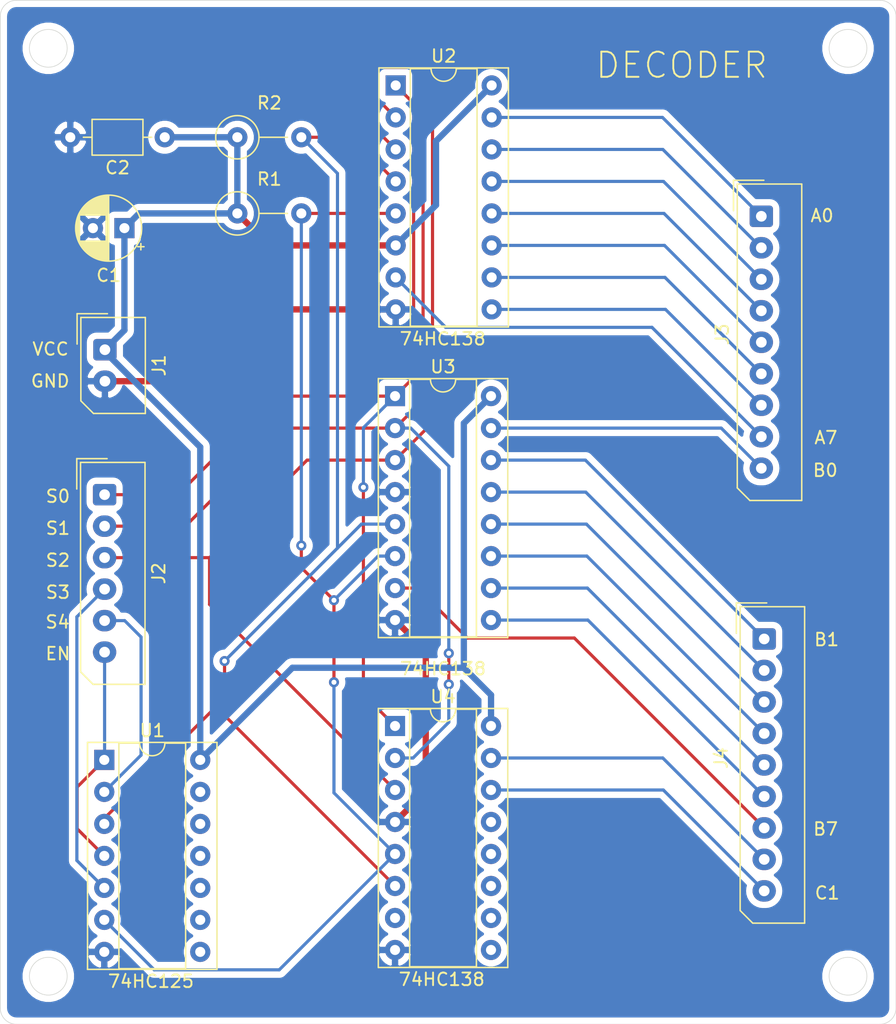
<source format=kicad_pcb>
(kicad_pcb (version 20171130) (host pcbnew "(5.1.8)-1")

  (general
    (thickness 1.6)
    (drawings 36)
    (tracks 154)
    (zones 0)
    (modules 12)
    (nets 35)
  )

  (page A4)
  (layers
    (0 F.Cu signal)
    (31 B.Cu signal)
    (32 B.Adhes user)
    (33 F.Adhes user)
    (34 B.Paste user)
    (35 F.Paste user)
    (36 B.SilkS user)
    (37 F.SilkS user)
    (38 B.Mask user)
    (39 F.Mask user)
    (40 Dwgs.User user hide)
    (41 Cmts.User user)
    (42 Eco1.User user)
    (43 Eco2.User user)
    (44 Edge.Cuts user)
    (45 Margin user)
    (46 B.CrtYd user)
    (47 F.CrtYd user)
    (48 B.Fab user)
    (49 F.Fab user)
  )

  (setup
    (last_trace_width 0.25)
    (trace_clearance 0.2)
    (zone_clearance 0.508)
    (zone_45_only no)
    (trace_min 0.2)
    (via_size 0.8)
    (via_drill 0.4)
    (via_min_size 0.4)
    (via_min_drill 0.3)
    (uvia_size 0.3)
    (uvia_drill 0.1)
    (uvias_allowed no)
    (uvia_min_size 0.2)
    (uvia_min_drill 0.1)
    (edge_width 0.05)
    (segment_width 0.2)
    (pcb_text_width 0.3)
    (pcb_text_size 1.5 1.5)
    (mod_edge_width 0.12)
    (mod_text_size 1 1)
    (mod_text_width 0.15)
    (pad_size 1.524 1.524)
    (pad_drill 0.762)
    (pad_to_mask_clearance 0)
    (aux_axis_origin 0 0)
    (visible_elements 7FFFFFFF)
    (pcbplotparams
      (layerselection 0x010fc_ffffffff)
      (usegerberextensions false)
      (usegerberattributes true)
      (usegerberadvancedattributes true)
      (creategerberjobfile true)
      (excludeedgelayer true)
      (linewidth 0.100000)
      (plotframeref false)
      (viasonmask false)
      (mode 1)
      (useauxorigin false)
      (hpglpennumber 1)
      (hpglpenspeed 20)
      (hpglpendiameter 15.000000)
      (psnegative false)
      (psa4output false)
      (plotreference true)
      (plotvalue true)
      (plotinvisibletext false)
      (padsonsilk false)
      (subtractmaskfromsilk false)
      (outputformat 1)
      (mirror false)
      (drillshape 0)
      (scaleselection 1)
      (outputdirectory "C:/Users/hjpark/Documents/kiCad/heating/final_edge/gerber_final/decoder/"))
  )

  (net 0 "")
  (net 1 GND)
  (net 2 +3V3)
  (net 3 ON)
  (net 4 S4)
  (net 5 S3)
  (net 6 S2)
  (net 7 S1)
  (net 8 S0)
  (net 9 B0)
  (net 10 A7)
  (net 11 A6)
  (net 12 A5)
  (net 13 A4)
  (net 14 A3)
  (net 15 A2)
  (net 16 A1)
  (net 17 A0)
  (net 18 C1)
  (net 19 C0)
  (net 20 B7)
  (net 21 B6)
  (net 22 B5)
  (net 23 B4)
  (net 24 B3)
  (net 25 B2)
  (net 26 B1)
  (net 27 "Net-(U4-Pad7)")
  (net 28 "Net-(U4-Pad13)")
  (net 29 "Net-(U4-Pad12)")
  (net 30 "Net-(U4-Pad11)")
  (net 31 "Net-(U4-Pad10)")
  (net 32 "Net-(U4-Pad9)")
  (net 33 /S3_out)
  (net 34 /S4_out)

  (net_class Default "This is the default net class."
    (clearance 0.2)
    (trace_width 0.25)
    (via_dia 0.8)
    (via_drill 0.4)
    (uvia_dia 0.3)
    (uvia_drill 0.1)
    (add_net "Net-(U4-Pad10)")
    (add_net "Net-(U4-Pad11)")
    (add_net "Net-(U4-Pad12)")
    (add_net "Net-(U4-Pad13)")
    (add_net "Net-(U4-Pad7)")
    (add_net "Net-(U4-Pad9)")
  )

  (net_class power ""
    (clearance 0.5)
    (trace_width 0.5)
    (via_dia 0.8)
    (via_drill 0.4)
    (uvia_dia 0.3)
    (uvia_drill 0.1)
    (add_net +3V3)
    (add_net GND)
  )

  (net_class signal ""
    (clearance 0.5)
    (trace_width 0.25)
    (via_dia 0.8)
    (via_drill 0.4)
    (uvia_dia 0.3)
    (uvia_drill 0.1)
    (add_net /S3_out)
    (add_net /S4_out)
    (add_net A0)
    (add_net A1)
    (add_net A2)
    (add_net A3)
    (add_net A4)
    (add_net A5)
    (add_net A6)
    (add_net A7)
    (add_net B0)
    (add_net B1)
    (add_net B2)
    (add_net B3)
    (add_net B4)
    (add_net B5)
    (add_net B6)
    (add_net B7)
    (add_net C0)
    (add_net C1)
    (add_net ON)
    (add_net S0)
    (add_net S1)
    (add_net S2)
    (add_net S3)
    (add_net S4)
  )

  (module Package_DIP:DIP-16_W7.62mm_Socket (layer F.Cu) (tedit 5A02E8C5) (tstamp 6091E049)
    (at 173.5836 93.1672)
    (descr "16-lead though-hole mounted DIP package, row spacing 7.62 mm (300 mils), Socket")
    (tags "THT DIP DIL PDIP 2.54mm 7.62mm 300mil Socket")
    (path /60B71FF0)
    (fp_text reference U4 (at 3.81 -2.33) (layer F.SilkS)
      (effects (font (size 1 1) (thickness 0.15)))
    )
    (fp_text value 74LS138 (at 3.81 20.11) (layer F.Fab)
      (effects (font (size 1 1) (thickness 0.15)))
    )
    (fp_line (start 1.635 -1.27) (end 6.985 -1.27) (layer F.Fab) (width 0.1))
    (fp_line (start 6.985 -1.27) (end 6.985 19.05) (layer F.Fab) (width 0.1))
    (fp_line (start 6.985 19.05) (end 0.635 19.05) (layer F.Fab) (width 0.1))
    (fp_line (start 0.635 19.05) (end 0.635 -0.27) (layer F.Fab) (width 0.1))
    (fp_line (start 0.635 -0.27) (end 1.635 -1.27) (layer F.Fab) (width 0.1))
    (fp_line (start -1.27 -1.33) (end -1.27 19.11) (layer F.Fab) (width 0.1))
    (fp_line (start -1.27 19.11) (end 8.89 19.11) (layer F.Fab) (width 0.1))
    (fp_line (start 8.89 19.11) (end 8.89 -1.33) (layer F.Fab) (width 0.1))
    (fp_line (start 8.89 -1.33) (end -1.27 -1.33) (layer F.Fab) (width 0.1))
    (fp_line (start 2.81 -1.33) (end 1.16 -1.33) (layer F.SilkS) (width 0.12))
    (fp_line (start 1.16 -1.33) (end 1.16 19.11) (layer F.SilkS) (width 0.12))
    (fp_line (start 1.16 19.11) (end 6.46 19.11) (layer F.SilkS) (width 0.12))
    (fp_line (start 6.46 19.11) (end 6.46 -1.33) (layer F.SilkS) (width 0.12))
    (fp_line (start 6.46 -1.33) (end 4.81 -1.33) (layer F.SilkS) (width 0.12))
    (fp_line (start -1.33 -1.39) (end -1.33 19.17) (layer F.SilkS) (width 0.12))
    (fp_line (start -1.33 19.17) (end 8.95 19.17) (layer F.SilkS) (width 0.12))
    (fp_line (start 8.95 19.17) (end 8.95 -1.39) (layer F.SilkS) (width 0.12))
    (fp_line (start 8.95 -1.39) (end -1.33 -1.39) (layer F.SilkS) (width 0.12))
    (fp_line (start -1.55 -1.6) (end -1.55 19.4) (layer F.CrtYd) (width 0.05))
    (fp_line (start -1.55 19.4) (end 9.15 19.4) (layer F.CrtYd) (width 0.05))
    (fp_line (start 9.15 19.4) (end 9.15 -1.6) (layer F.CrtYd) (width 0.05))
    (fp_line (start 9.15 -1.6) (end -1.55 -1.6) (layer F.CrtYd) (width 0.05))
    (fp_text user %R (at 3.81 8.89) (layer F.Fab)
      (effects (font (size 1 1) (thickness 0.15)))
    )
    (fp_arc (start 3.81 -1.33) (end 2.81 -1.33) (angle -180) (layer F.SilkS) (width 0.12))
    (pad 16 thru_hole oval (at 7.62 0) (size 1.6 1.6) (drill 0.8) (layers *.Cu *.Mask)
      (net 2 +3V3))
    (pad 8 thru_hole oval (at 0 17.78) (size 1.6 1.6) (drill 0.8) (layers *.Cu *.Mask)
      (net 1 GND))
    (pad 15 thru_hole oval (at 7.62 2.54) (size 1.6 1.6) (drill 0.8) (layers *.Cu *.Mask)
      (net 19 C0))
    (pad 7 thru_hole oval (at 0 15.24) (size 1.6 1.6) (drill 0.8) (layers *.Cu *.Mask)
      (net 27 "Net-(U4-Pad7)"))
    (pad 14 thru_hole oval (at 7.62 5.08) (size 1.6 1.6) (drill 0.8) (layers *.Cu *.Mask)
      (net 18 C1))
    (pad 6 thru_hole oval (at 0 12.7) (size 1.6 1.6) (drill 0.8) (layers *.Cu *.Mask)
      (net 34 /S4_out))
    (pad 13 thru_hole oval (at 7.62 7.62) (size 1.6 1.6) (drill 0.8) (layers *.Cu *.Mask)
      (net 28 "Net-(U4-Pad13)"))
    (pad 5 thru_hole oval (at 0 10.16) (size 1.6 1.6) (drill 0.8) (layers *.Cu *.Mask)
      (net 33 /S3_out))
    (pad 12 thru_hole oval (at 7.62 10.16) (size 1.6 1.6) (drill 0.8) (layers *.Cu *.Mask)
      (net 29 "Net-(U4-Pad12)"))
    (pad 4 thru_hole oval (at 0 7.62) (size 1.6 1.6) (drill 0.8) (layers *.Cu *.Mask)
      (net 1 GND))
    (pad 11 thru_hole oval (at 7.62 12.7) (size 1.6 1.6) (drill 0.8) (layers *.Cu *.Mask)
      (net 30 "Net-(U4-Pad11)"))
    (pad 3 thru_hole oval (at 0 5.08) (size 1.6 1.6) (drill 0.8) (layers *.Cu *.Mask)
      (net 6 S2))
    (pad 10 thru_hole oval (at 7.62 15.24) (size 1.6 1.6) (drill 0.8) (layers *.Cu *.Mask)
      (net 31 "Net-(U4-Pad10)"))
    (pad 2 thru_hole oval (at 0 2.54) (size 1.6 1.6) (drill 0.8) (layers *.Cu *.Mask)
      (net 7 S1))
    (pad 9 thru_hole oval (at 7.62 17.78) (size 1.6 1.6) (drill 0.8) (layers *.Cu *.Mask)
      (net 32 "Net-(U4-Pad9)"))
    (pad 1 thru_hole rect (at 0 0) (size 1.6 1.6) (drill 0.8) (layers *.Cu *.Mask)
      (net 8 S0))
    (model ${KISYS3DMOD}/Package_DIP.3dshapes/DIP-16_W7.62mm_Socket.wrl
      (at (xyz 0 0 0))
      (scale (xyz 1 1 1))
      (rotate (xyz 0 0 0))
    )
  )

  (module Package_DIP:DIP-16_W7.62mm_Socket (layer F.Cu) (tedit 5A02E8C5) (tstamp 6091E01D)
    (at 173.5836 66.9798)
    (descr "16-lead though-hole mounted DIP package, row spacing 7.62 mm (300 mils), Socket")
    (tags "THT DIP DIL PDIP 2.54mm 7.62mm 300mil Socket")
    (path /601C76A1)
    (fp_text reference U3 (at 3.81 -2.33) (layer F.SilkS)
      (effects (font (size 1 1) (thickness 0.15)))
    )
    (fp_text value 74LS138 (at 3.81 20.11) (layer F.Fab)
      (effects (font (size 1 1) (thickness 0.15)))
    )
    (fp_line (start 1.635 -1.27) (end 6.985 -1.27) (layer F.Fab) (width 0.1))
    (fp_line (start 6.985 -1.27) (end 6.985 19.05) (layer F.Fab) (width 0.1))
    (fp_line (start 6.985 19.05) (end 0.635 19.05) (layer F.Fab) (width 0.1))
    (fp_line (start 0.635 19.05) (end 0.635 -0.27) (layer F.Fab) (width 0.1))
    (fp_line (start 0.635 -0.27) (end 1.635 -1.27) (layer F.Fab) (width 0.1))
    (fp_line (start -1.27 -1.33) (end -1.27 19.11) (layer F.Fab) (width 0.1))
    (fp_line (start -1.27 19.11) (end 8.89 19.11) (layer F.Fab) (width 0.1))
    (fp_line (start 8.89 19.11) (end 8.89 -1.33) (layer F.Fab) (width 0.1))
    (fp_line (start 8.89 -1.33) (end -1.27 -1.33) (layer F.Fab) (width 0.1))
    (fp_line (start 2.81 -1.33) (end 1.16 -1.33) (layer F.SilkS) (width 0.12))
    (fp_line (start 1.16 -1.33) (end 1.16 19.11) (layer F.SilkS) (width 0.12))
    (fp_line (start 1.16 19.11) (end 6.46 19.11) (layer F.SilkS) (width 0.12))
    (fp_line (start 6.46 19.11) (end 6.46 -1.33) (layer F.SilkS) (width 0.12))
    (fp_line (start 6.46 -1.33) (end 4.81 -1.33) (layer F.SilkS) (width 0.12))
    (fp_line (start -1.33 -1.39) (end -1.33 19.17) (layer F.SilkS) (width 0.12))
    (fp_line (start -1.33 19.17) (end 8.95 19.17) (layer F.SilkS) (width 0.12))
    (fp_line (start 8.95 19.17) (end 8.95 -1.39) (layer F.SilkS) (width 0.12))
    (fp_line (start 8.95 -1.39) (end -1.33 -1.39) (layer F.SilkS) (width 0.12))
    (fp_line (start -1.55 -1.6) (end -1.55 19.4) (layer F.CrtYd) (width 0.05))
    (fp_line (start -1.55 19.4) (end 9.15 19.4) (layer F.CrtYd) (width 0.05))
    (fp_line (start 9.15 19.4) (end 9.15 -1.6) (layer F.CrtYd) (width 0.05))
    (fp_line (start 9.15 -1.6) (end -1.55 -1.6) (layer F.CrtYd) (width 0.05))
    (fp_text user %R (at 3.81 8.89) (layer F.Fab)
      (effects (font (size 1 1) (thickness 0.15)))
    )
    (fp_arc (start 3.81 -1.33) (end 2.81 -1.33) (angle -180) (layer F.SilkS) (width 0.12))
    (pad 16 thru_hole oval (at 7.62 0) (size 1.6 1.6) (drill 0.8) (layers *.Cu *.Mask)
      (net 2 +3V3))
    (pad 8 thru_hole oval (at 0 17.78) (size 1.6 1.6) (drill 0.8) (layers *.Cu *.Mask)
      (net 1 GND))
    (pad 15 thru_hole oval (at 7.62 2.54) (size 1.6 1.6) (drill 0.8) (layers *.Cu *.Mask)
      (net 9 B0))
    (pad 7 thru_hole oval (at 0 15.24) (size 1.6 1.6) (drill 0.8) (layers *.Cu *.Mask)
      (net 20 B7))
    (pad 14 thru_hole oval (at 7.62 5.08) (size 1.6 1.6) (drill 0.8) (layers *.Cu *.Mask)
      (net 26 B1))
    (pad 6 thru_hole oval (at 0 12.7) (size 1.6 1.6) (drill 0.8) (layers *.Cu *.Mask)
      (net 33 /S3_out))
    (pad 13 thru_hole oval (at 7.62 7.62) (size 1.6 1.6) (drill 0.8) (layers *.Cu *.Mask)
      (net 25 B2))
    (pad 5 thru_hole oval (at 0 10.16) (size 1.6 1.6) (drill 0.8) (layers *.Cu *.Mask)
      (net 34 /S4_out))
    (pad 12 thru_hole oval (at 7.62 10.16) (size 1.6 1.6) (drill 0.8) (layers *.Cu *.Mask)
      (net 24 B3))
    (pad 4 thru_hole oval (at 0 7.62) (size 1.6 1.6) (drill 0.8) (layers *.Cu *.Mask)
      (net 1 GND))
    (pad 11 thru_hole oval (at 7.62 12.7) (size 1.6 1.6) (drill 0.8) (layers *.Cu *.Mask)
      (net 23 B4))
    (pad 3 thru_hole oval (at 0 5.08) (size 1.6 1.6) (drill 0.8) (layers *.Cu *.Mask)
      (net 6 S2))
    (pad 10 thru_hole oval (at 7.62 15.24) (size 1.6 1.6) (drill 0.8) (layers *.Cu *.Mask)
      (net 22 B5))
    (pad 2 thru_hole oval (at 0 2.54) (size 1.6 1.6) (drill 0.8) (layers *.Cu *.Mask)
      (net 7 S1))
    (pad 9 thru_hole oval (at 7.62 17.78) (size 1.6 1.6) (drill 0.8) (layers *.Cu *.Mask)
      (net 21 B6))
    (pad 1 thru_hole rect (at 0 0) (size 1.6 1.6) (drill 0.8) (layers *.Cu *.Mask)
      (net 8 S0))
    (model ${KISYS3DMOD}/Package_DIP.3dshapes/DIP-16_W7.62mm_Socket.wrl
      (at (xyz 0 0 0))
      (scale (xyz 1 1 1))
      (rotate (xyz 0 0 0))
    )
  )

  (module Package_DIP:DIP-16_W7.62mm_Socket (layer F.Cu) (tedit 5A02E8C5) (tstamp 6091DFF1)
    (at 173.6344 42.3164)
    (descr "16-lead though-hole mounted DIP package, row spacing 7.62 mm (300 mils), Socket")
    (tags "THT DIP DIL PDIP 2.54mm 7.62mm 300mil Socket")
    (path /601C3FE2)
    (fp_text reference U2 (at 3.81 -2.33) (layer F.SilkS)
      (effects (font (size 1 1) (thickness 0.15)))
    )
    (fp_text value 74LS138 (at 3.81 20.11) (layer F.Fab)
      (effects (font (size 1 1) (thickness 0.15)))
    )
    (fp_line (start 1.635 -1.27) (end 6.985 -1.27) (layer F.Fab) (width 0.1))
    (fp_line (start 6.985 -1.27) (end 6.985 19.05) (layer F.Fab) (width 0.1))
    (fp_line (start 6.985 19.05) (end 0.635 19.05) (layer F.Fab) (width 0.1))
    (fp_line (start 0.635 19.05) (end 0.635 -0.27) (layer F.Fab) (width 0.1))
    (fp_line (start 0.635 -0.27) (end 1.635 -1.27) (layer F.Fab) (width 0.1))
    (fp_line (start -1.27 -1.33) (end -1.27 19.11) (layer F.Fab) (width 0.1))
    (fp_line (start -1.27 19.11) (end 8.89 19.11) (layer F.Fab) (width 0.1))
    (fp_line (start 8.89 19.11) (end 8.89 -1.33) (layer F.Fab) (width 0.1))
    (fp_line (start 8.89 -1.33) (end -1.27 -1.33) (layer F.Fab) (width 0.1))
    (fp_line (start 2.81 -1.33) (end 1.16 -1.33) (layer F.SilkS) (width 0.12))
    (fp_line (start 1.16 -1.33) (end 1.16 19.11) (layer F.SilkS) (width 0.12))
    (fp_line (start 1.16 19.11) (end 6.46 19.11) (layer F.SilkS) (width 0.12))
    (fp_line (start 6.46 19.11) (end 6.46 -1.33) (layer F.SilkS) (width 0.12))
    (fp_line (start 6.46 -1.33) (end 4.81 -1.33) (layer F.SilkS) (width 0.12))
    (fp_line (start -1.33 -1.39) (end -1.33 19.17) (layer F.SilkS) (width 0.12))
    (fp_line (start -1.33 19.17) (end 8.95 19.17) (layer F.SilkS) (width 0.12))
    (fp_line (start 8.95 19.17) (end 8.95 -1.39) (layer F.SilkS) (width 0.12))
    (fp_line (start 8.95 -1.39) (end -1.33 -1.39) (layer F.SilkS) (width 0.12))
    (fp_line (start -1.55 -1.6) (end -1.55 19.4) (layer F.CrtYd) (width 0.05))
    (fp_line (start -1.55 19.4) (end 9.15 19.4) (layer F.CrtYd) (width 0.05))
    (fp_line (start 9.15 19.4) (end 9.15 -1.6) (layer F.CrtYd) (width 0.05))
    (fp_line (start 9.15 -1.6) (end -1.55 -1.6) (layer F.CrtYd) (width 0.05))
    (fp_text user %R (at 3.81 8.89) (layer F.Fab)
      (effects (font (size 1 1) (thickness 0.15)))
    )
    (fp_arc (start 3.81 -1.33) (end 2.81 -1.33) (angle -180) (layer F.SilkS) (width 0.12))
    (pad 16 thru_hole oval (at 7.62 0) (size 1.6 1.6) (drill 0.8) (layers *.Cu *.Mask)
      (net 2 +3V3))
    (pad 8 thru_hole oval (at 0 17.78) (size 1.6 1.6) (drill 0.8) (layers *.Cu *.Mask)
      (net 1 GND))
    (pad 15 thru_hole oval (at 7.62 2.54) (size 1.6 1.6) (drill 0.8) (layers *.Cu *.Mask)
      (net 17 A0))
    (pad 7 thru_hole oval (at 0 15.24) (size 1.6 1.6) (drill 0.8) (layers *.Cu *.Mask)
      (net 10 A7))
    (pad 14 thru_hole oval (at 7.62 5.08) (size 1.6 1.6) (drill 0.8) (layers *.Cu *.Mask)
      (net 16 A1))
    (pad 6 thru_hole oval (at 0 12.7) (size 1.6 1.6) (drill 0.8) (layers *.Cu *.Mask)
      (net 2 +3V3))
    (pad 13 thru_hole oval (at 7.62 7.62) (size 1.6 1.6) (drill 0.8) (layers *.Cu *.Mask)
      (net 15 A2))
    (pad 5 thru_hole oval (at 0 10.16) (size 1.6 1.6) (drill 0.8) (layers *.Cu *.Mask)
      (net 33 /S3_out))
    (pad 12 thru_hole oval (at 7.62 10.16) (size 1.6 1.6) (drill 0.8) (layers *.Cu *.Mask)
      (net 14 A3))
    (pad 4 thru_hole oval (at 0 7.62) (size 1.6 1.6) (drill 0.8) (layers *.Cu *.Mask)
      (net 34 /S4_out))
    (pad 11 thru_hole oval (at 7.62 12.7) (size 1.6 1.6) (drill 0.8) (layers *.Cu *.Mask)
      (net 13 A4))
    (pad 3 thru_hole oval (at 0 5.08) (size 1.6 1.6) (drill 0.8) (layers *.Cu *.Mask)
      (net 6 S2))
    (pad 10 thru_hole oval (at 7.62 15.24) (size 1.6 1.6) (drill 0.8) (layers *.Cu *.Mask)
      (net 12 A5))
    (pad 2 thru_hole oval (at 0 2.54) (size 1.6 1.6) (drill 0.8) (layers *.Cu *.Mask)
      (net 7 S1))
    (pad 9 thru_hole oval (at 7.62 17.78) (size 1.6 1.6) (drill 0.8) (layers *.Cu *.Mask)
      (net 11 A6))
    (pad 1 thru_hole rect (at 0 0) (size 1.6 1.6) (drill 0.8) (layers *.Cu *.Mask)
      (net 8 S0))
    (model ${KISYS3DMOD}/Package_DIP.3dshapes/DIP-16_W7.62mm_Socket.wrl
      (at (xyz 0 0 0))
      (scale (xyz 1 1 1))
      (rotate (xyz 0 0 0))
    )
  )

  (module Package_DIP:DIP-14_W7.62mm_Socket (layer F.Cu) (tedit 5A02E8C5) (tstamp 6091DFC5)
    (at 150.495 95.8596)
    (descr "14-lead though-hole mounted DIP package, row spacing 7.62 mm (300 mils), Socket")
    (tags "THT DIP DIL PDIP 2.54mm 7.62mm 300mil Socket")
    (path /60B2C272)
    (fp_text reference U1 (at 3.81 -2.33) (layer F.SilkS)
      (effects (font (size 1 1) (thickness 0.15)))
    )
    (fp_text value 74LS125 (at 3.81 17.57) (layer F.Fab)
      (effects (font (size 1 1) (thickness 0.15)))
    )
    (fp_line (start 1.635 -1.27) (end 6.985 -1.27) (layer F.Fab) (width 0.1))
    (fp_line (start 6.985 -1.27) (end 6.985 16.51) (layer F.Fab) (width 0.1))
    (fp_line (start 6.985 16.51) (end 0.635 16.51) (layer F.Fab) (width 0.1))
    (fp_line (start 0.635 16.51) (end 0.635 -0.27) (layer F.Fab) (width 0.1))
    (fp_line (start 0.635 -0.27) (end 1.635 -1.27) (layer F.Fab) (width 0.1))
    (fp_line (start -1.27 -1.33) (end -1.27 16.57) (layer F.Fab) (width 0.1))
    (fp_line (start -1.27 16.57) (end 8.89 16.57) (layer F.Fab) (width 0.1))
    (fp_line (start 8.89 16.57) (end 8.89 -1.33) (layer F.Fab) (width 0.1))
    (fp_line (start 8.89 -1.33) (end -1.27 -1.33) (layer F.Fab) (width 0.1))
    (fp_line (start 2.81 -1.33) (end 1.16 -1.33) (layer F.SilkS) (width 0.12))
    (fp_line (start 1.16 -1.33) (end 1.16 16.57) (layer F.SilkS) (width 0.12))
    (fp_line (start 1.16 16.57) (end 6.46 16.57) (layer F.SilkS) (width 0.12))
    (fp_line (start 6.46 16.57) (end 6.46 -1.33) (layer F.SilkS) (width 0.12))
    (fp_line (start 6.46 -1.33) (end 4.81 -1.33) (layer F.SilkS) (width 0.12))
    (fp_line (start -1.33 -1.39) (end -1.33 16.63) (layer F.SilkS) (width 0.12))
    (fp_line (start -1.33 16.63) (end 8.95 16.63) (layer F.SilkS) (width 0.12))
    (fp_line (start 8.95 16.63) (end 8.95 -1.39) (layer F.SilkS) (width 0.12))
    (fp_line (start 8.95 -1.39) (end -1.33 -1.39) (layer F.SilkS) (width 0.12))
    (fp_line (start -1.55 -1.6) (end -1.55 16.85) (layer F.CrtYd) (width 0.05))
    (fp_line (start -1.55 16.85) (end 9.15 16.85) (layer F.CrtYd) (width 0.05))
    (fp_line (start 9.15 16.85) (end 9.15 -1.6) (layer F.CrtYd) (width 0.05))
    (fp_line (start 9.15 -1.6) (end -1.55 -1.6) (layer F.CrtYd) (width 0.05))
    (fp_text user %R (at 3.81 7.62) (layer F.Fab)
      (effects (font (size 1 1) (thickness 0.15)))
    )
    (fp_arc (start 3.81 -1.33) (end 2.81 -1.33) (angle -180) (layer F.SilkS) (width 0.12))
    (pad 14 thru_hole oval (at 7.62 0) (size 1.6 1.6) (drill 0.8) (layers *.Cu *.Mask)
      (net 2 +3V3))
    (pad 7 thru_hole oval (at 0 15.24) (size 1.6 1.6) (drill 0.8) (layers *.Cu *.Mask)
      (net 1 GND))
    (pad 13 thru_hole oval (at 7.62 2.54) (size 1.6 1.6) (drill 0.8) (layers *.Cu *.Mask))
    (pad 6 thru_hole oval (at 0 12.7) (size 1.6 1.6) (drill 0.8) (layers *.Cu *.Mask)
      (net 33 /S3_out))
    (pad 12 thru_hole oval (at 7.62 5.08) (size 1.6 1.6) (drill 0.8) (layers *.Cu *.Mask))
    (pad 5 thru_hole oval (at 0 10.16) (size 1.6 1.6) (drill 0.8) (layers *.Cu *.Mask)
      (net 5 S3))
    (pad 11 thru_hole oval (at 7.62 7.62) (size 1.6 1.6) (drill 0.8) (layers *.Cu *.Mask))
    (pad 4 thru_hole oval (at 0 7.62) (size 1.6 1.6) (drill 0.8) (layers *.Cu *.Mask)
      (net 3 ON))
    (pad 10 thru_hole oval (at 7.62 10.16) (size 1.6 1.6) (drill 0.8) (layers *.Cu *.Mask))
    (pad 3 thru_hole oval (at 0 5.08) (size 1.6 1.6) (drill 0.8) (layers *.Cu *.Mask)
      (net 34 /S4_out))
    (pad 9 thru_hole oval (at 7.62 12.7) (size 1.6 1.6) (drill 0.8) (layers *.Cu *.Mask))
    (pad 2 thru_hole oval (at 0 2.54) (size 1.6 1.6) (drill 0.8) (layers *.Cu *.Mask)
      (net 4 S4))
    (pad 8 thru_hole oval (at 7.62 15.24) (size 1.6 1.6) (drill 0.8) (layers *.Cu *.Mask))
    (pad 1 thru_hole rect (at 0 0) (size 1.6 1.6) (drill 0.8) (layers *.Cu *.Mask)
      (net 3 ON))
    (model ${KISYS3DMOD}/Package_DIP.3dshapes/DIP-14_W7.62mm_Socket.wrl
      (at (xyz 0 0 0))
      (scale (xyz 1 1 1))
      (rotate (xyz 0 0 0))
    )
  )

  (module Resistor_THT:R_Axial_DIN0309_L9.0mm_D3.2mm_P5.08mm_Vertical (layer F.Cu) (tedit 5AE5139B) (tstamp 6091DF9B)
    (at 161.0614 46.4312)
    (descr "Resistor, Axial_DIN0309 series, Axial, Vertical, pin pitch=5.08mm, 0.5W = 1/2W, length*diameter=9*3.2mm^2, http://cdn-reichelt.de/documents/datenblatt/B400/1_4W%23YAG.pdf")
    (tags "Resistor Axial_DIN0309 series Axial Vertical pin pitch 5.08mm 0.5W = 1/2W length 9mm diameter 3.2mm")
    (path /60B48FB4)
    (fp_text reference R2 (at 2.54 -2.72) (layer F.SilkS)
      (effects (font (size 1 1) (thickness 0.15)))
    )
    (fp_text value R (at 2.54 2.72) (layer F.Fab)
      (effects (font (size 1 1) (thickness 0.15)))
    )
    (fp_circle (center 0 0) (end 1.6 0) (layer F.Fab) (width 0.1))
    (fp_circle (center 0 0) (end 1.72 0) (layer F.SilkS) (width 0.12))
    (fp_line (start 0 0) (end 5.08 0) (layer F.Fab) (width 0.1))
    (fp_line (start 1.72 0) (end 3.98 0) (layer F.SilkS) (width 0.12))
    (fp_line (start -1.85 -1.85) (end -1.85 1.85) (layer F.CrtYd) (width 0.05))
    (fp_line (start -1.85 1.85) (end 6.13 1.85) (layer F.CrtYd) (width 0.05))
    (fp_line (start 6.13 1.85) (end 6.13 -1.85) (layer F.CrtYd) (width 0.05))
    (fp_line (start 6.13 -1.85) (end -1.85 -1.85) (layer F.CrtYd) (width 0.05))
    (fp_text user %R (at 2.54 -2.72) (layer F.Fab)
      (effects (font (size 1 1) (thickness 0.15)))
    )
    (pad 2 thru_hole oval (at 5.08 0) (size 1.6 1.6) (drill 0.8) (layers *.Cu *.Mask)
      (net 34 /S4_out))
    (pad 1 thru_hole circle (at 0 0) (size 1.6 1.6) (drill 0.8) (layers *.Cu *.Mask)
      (net 2 +3V3))
    (model ${KISYS3DMOD}/Resistor_THT.3dshapes/R_Axial_DIN0309_L9.0mm_D3.2mm_P5.08mm_Vertical.wrl
      (at (xyz 0 0 0))
      (scale (xyz 1 1 1))
      (rotate (xyz 0 0 0))
    )
  )

  (module Resistor_THT:R_Axial_DIN0309_L9.0mm_D3.2mm_P5.08mm_Vertical (layer F.Cu) (tedit 5AE5139B) (tstamp 6091DF8C)
    (at 161.0614 52.4764)
    (descr "Resistor, Axial_DIN0309 series, Axial, Vertical, pin pitch=5.08mm, 0.5W = 1/2W, length*diameter=9*3.2mm^2, http://cdn-reichelt.de/documents/datenblatt/B400/1_4W%23YAG.pdf")
    (tags "Resistor Axial_DIN0309 series Axial Vertical pin pitch 5.08mm 0.5W = 1/2W length 9mm diameter 3.2mm")
    (path /60B48210)
    (fp_text reference R1 (at 2.54 -2.72) (layer F.SilkS)
      (effects (font (size 1 1) (thickness 0.15)))
    )
    (fp_text value R (at 2.54 2.72) (layer F.Fab)
      (effects (font (size 1 1) (thickness 0.15)))
    )
    (fp_circle (center 0 0) (end 1.6 0) (layer F.Fab) (width 0.1))
    (fp_circle (center 0 0) (end 1.72 0) (layer F.SilkS) (width 0.12))
    (fp_line (start 0 0) (end 5.08 0) (layer F.Fab) (width 0.1))
    (fp_line (start 1.72 0) (end 3.98 0) (layer F.SilkS) (width 0.12))
    (fp_line (start -1.85 -1.85) (end -1.85 1.85) (layer F.CrtYd) (width 0.05))
    (fp_line (start -1.85 1.85) (end 6.13 1.85) (layer F.CrtYd) (width 0.05))
    (fp_line (start 6.13 1.85) (end 6.13 -1.85) (layer F.CrtYd) (width 0.05))
    (fp_line (start 6.13 -1.85) (end -1.85 -1.85) (layer F.CrtYd) (width 0.05))
    (fp_text user %R (at 2.54 -2.72) (layer F.Fab)
      (effects (font (size 1 1) (thickness 0.15)))
    )
    (pad 2 thru_hole oval (at 5.08 0) (size 1.6 1.6) (drill 0.8) (layers *.Cu *.Mask)
      (net 33 /S3_out))
    (pad 1 thru_hole circle (at 0 0) (size 1.6 1.6) (drill 0.8) (layers *.Cu *.Mask)
      (net 2 +3V3))
    (model ${KISYS3DMOD}/Resistor_THT.3dshapes/R_Axial_DIN0309_L9.0mm_D3.2mm_P5.08mm_Vertical.wrl
      (at (xyz 0 0 0))
      (scale (xyz 1 1 1))
      (rotate (xyz 0 0 0))
    )
  )

  (module Connector_Molex:Molex_SPOX_5267-09A_1x09_P2.50mm_Vertical (layer F.Cu) (tedit 5B7833F7) (tstamp 6091DF7D)
    (at 202.8952 86.2584 270)
    (descr "Molex SPOX Connector System, 5267-09A, 9 Pins per row (http://www.molex.com/pdm_docs/sd/022035035_sd.pdf), generated with kicad-footprint-generator")
    (tags "connector Molex SPOX side entry")
    (path /60B4E0A3)
    (fp_text reference J4 (at 9.4488 3.429 90) (layer F.SilkS)
      (effects (font (size 1 1) (thickness 0.15)))
    )
    (fp_text value Conn_01x09_Male (at 10 3 90) (layer F.Fab)
      (effects (font (size 1 1) (thickness 0.15)))
    )
    (fp_line (start -2.45 -3.1) (end -2.45 1.8) (layer F.Fab) (width 0.1))
    (fp_line (start -2.45 1.8) (end 21.45 1.8) (layer F.Fab) (width 0.1))
    (fp_line (start 21.45 1.8) (end 22.45 0.8) (layer F.Fab) (width 0.1))
    (fp_line (start 22.45 0.8) (end 22.45 -3.1) (layer F.Fab) (width 0.1))
    (fp_line (start 22.45 -3.1) (end -2.45 -3.1) (layer F.Fab) (width 0.1))
    (fp_line (start -2.56 -3.21) (end -2.56 1.91) (layer F.SilkS) (width 0.12))
    (fp_line (start -2.56 1.91) (end 21.56 1.91) (layer F.SilkS) (width 0.12))
    (fp_line (start 21.56 1.91) (end 22.56 0.91) (layer F.SilkS) (width 0.12))
    (fp_line (start 22.56 0.91) (end 22.56 -3.21) (layer F.SilkS) (width 0.12))
    (fp_line (start 22.56 -3.21) (end -2.56 -3.21) (layer F.SilkS) (width 0.12))
    (fp_line (start -2.86 -0.2) (end -2.86 2.21) (layer F.SilkS) (width 0.12))
    (fp_line (start -2.86 2.21) (end -0.45 2.21) (layer F.SilkS) (width 0.12))
    (fp_line (start -0.5 1.8) (end 0 1.092893) (layer F.Fab) (width 0.1))
    (fp_line (start 0 1.092893) (end 0.5 1.8) (layer F.Fab) (width 0.1))
    (fp_line (start -2.95 -3.6) (end -2.95 2.3) (layer F.CrtYd) (width 0.05))
    (fp_line (start -2.95 2.3) (end 21.95 2.3) (layer F.CrtYd) (width 0.05))
    (fp_line (start 21.95 2.3) (end 22.95 1.3) (layer F.CrtYd) (width 0.05))
    (fp_line (start 22.95 1.3) (end 22.95 -3.6) (layer F.CrtYd) (width 0.05))
    (fp_line (start 22.95 -3.6) (end -2.95 -3.6) (layer F.CrtYd) (width 0.05))
    (fp_text user %R (at 10 -2.4 90) (layer F.Fab)
      (effects (font (size 1 1) (thickness 0.15)))
    )
    (pad 9 thru_hole oval (at 20 0 270) (size 1.7 1.85) (drill 0.85) (layers *.Cu *.Mask)
      (net 18 C1))
    (pad 8 thru_hole oval (at 17.5 0 270) (size 1.7 1.85) (drill 0.85) (layers *.Cu *.Mask)
      (net 19 C0))
    (pad 7 thru_hole oval (at 15 0 270) (size 1.7 1.85) (drill 0.85) (layers *.Cu *.Mask)
      (net 20 B7))
    (pad 6 thru_hole oval (at 12.5 0 270) (size 1.7 1.85) (drill 0.85) (layers *.Cu *.Mask)
      (net 21 B6))
    (pad 5 thru_hole oval (at 10 0 270) (size 1.7 1.85) (drill 0.85) (layers *.Cu *.Mask)
      (net 22 B5))
    (pad 4 thru_hole oval (at 7.5 0 270) (size 1.7 1.85) (drill 0.85) (layers *.Cu *.Mask)
      (net 23 B4))
    (pad 3 thru_hole oval (at 5 0 270) (size 1.7 1.85) (drill 0.85) (layers *.Cu *.Mask)
      (net 24 B3))
    (pad 2 thru_hole oval (at 2.5 0 270) (size 1.7 1.85) (drill 0.85) (layers *.Cu *.Mask)
      (net 25 B2))
    (pad 1 thru_hole roundrect (at 0 0 270) (size 1.7 1.85) (drill 0.85) (layers *.Cu *.Mask) (roundrect_rratio 0.1470588235294118)
      (net 26 B1))
    (model ${KISYS3DMOD}/Connector_Molex.3dshapes/Molex_SPOX_5267-09A_1x09_P2.50mm_Vertical.wrl
      (at (xyz 0 0 0))
      (scale (xyz 1 1 1))
      (rotate (xyz 0 0 0))
    )
  )

  (module Connector_Molex:Molex_SPOX_5267-09A_1x09_P2.50mm_Vertical (layer F.Cu) (tedit 5B7833F7) (tstamp 6091DF5C)
    (at 202.6666 52.705 270)
    (descr "Molex SPOX Connector System, 5267-09A, 9 Pins per row (http://www.molex.com/pdm_docs/sd/022035035_sd.pdf), generated with kicad-footprint-generator")
    (tags "connector Molex SPOX side entry")
    (path /60B4A4D5)
    (fp_text reference J3 (at 9.3726 3.0988 90) (layer F.SilkS)
      (effects (font (size 1 1) (thickness 0.15)))
    )
    (fp_text value Conn_01x09_Male (at 10 3 90) (layer F.Fab)
      (effects (font (size 1 1) (thickness 0.15)))
    )
    (fp_line (start -2.45 -3.1) (end -2.45 1.8) (layer F.Fab) (width 0.1))
    (fp_line (start -2.45 1.8) (end 21.45 1.8) (layer F.Fab) (width 0.1))
    (fp_line (start 21.45 1.8) (end 22.45 0.8) (layer F.Fab) (width 0.1))
    (fp_line (start 22.45 0.8) (end 22.45 -3.1) (layer F.Fab) (width 0.1))
    (fp_line (start 22.45 -3.1) (end -2.45 -3.1) (layer F.Fab) (width 0.1))
    (fp_line (start -2.56 -3.21) (end -2.56 1.91) (layer F.SilkS) (width 0.12))
    (fp_line (start -2.56 1.91) (end 21.56 1.91) (layer F.SilkS) (width 0.12))
    (fp_line (start 21.56 1.91) (end 22.56 0.91) (layer F.SilkS) (width 0.12))
    (fp_line (start 22.56 0.91) (end 22.56 -3.21) (layer F.SilkS) (width 0.12))
    (fp_line (start 22.56 -3.21) (end -2.56 -3.21) (layer F.SilkS) (width 0.12))
    (fp_line (start -2.86 -0.2) (end -2.86 2.21) (layer F.SilkS) (width 0.12))
    (fp_line (start -2.86 2.21) (end -0.45 2.21) (layer F.SilkS) (width 0.12))
    (fp_line (start -0.5 1.8) (end 0 1.092893) (layer F.Fab) (width 0.1))
    (fp_line (start 0 1.092893) (end 0.5 1.8) (layer F.Fab) (width 0.1))
    (fp_line (start -2.95 -3.6) (end -2.95 2.3) (layer F.CrtYd) (width 0.05))
    (fp_line (start -2.95 2.3) (end 21.95 2.3) (layer F.CrtYd) (width 0.05))
    (fp_line (start 21.95 2.3) (end 22.95 1.3) (layer F.CrtYd) (width 0.05))
    (fp_line (start 22.95 1.3) (end 22.95 -3.6) (layer F.CrtYd) (width 0.05))
    (fp_line (start 22.95 -3.6) (end -2.95 -3.6) (layer F.CrtYd) (width 0.05))
    (fp_text user %R (at 10 -2.4 90) (layer F.Fab)
      (effects (font (size 1 1) (thickness 0.15)))
    )
    (pad 9 thru_hole oval (at 20 0 270) (size 1.7 1.85) (drill 0.85) (layers *.Cu *.Mask)
      (net 9 B0))
    (pad 8 thru_hole oval (at 17.5 0 270) (size 1.7 1.85) (drill 0.85) (layers *.Cu *.Mask)
      (net 10 A7))
    (pad 7 thru_hole oval (at 15 0 270) (size 1.7 1.85) (drill 0.85) (layers *.Cu *.Mask)
      (net 11 A6))
    (pad 6 thru_hole oval (at 12.5 0 270) (size 1.7 1.85) (drill 0.85) (layers *.Cu *.Mask)
      (net 12 A5))
    (pad 5 thru_hole oval (at 10 0 270) (size 1.7 1.85) (drill 0.85) (layers *.Cu *.Mask)
      (net 13 A4))
    (pad 4 thru_hole oval (at 7.5 0 270) (size 1.7 1.85) (drill 0.85) (layers *.Cu *.Mask)
      (net 14 A3))
    (pad 3 thru_hole oval (at 5 0 270) (size 1.7 1.85) (drill 0.85) (layers *.Cu *.Mask)
      (net 15 A2))
    (pad 2 thru_hole oval (at 2.5 0 270) (size 1.7 1.85) (drill 0.85) (layers *.Cu *.Mask)
      (net 16 A1))
    (pad 1 thru_hole roundrect (at 0 0 270) (size 1.7 1.85) (drill 0.85) (layers *.Cu *.Mask) (roundrect_rratio 0.1470588235294118)
      (net 17 A0))
    (model ${KISYS3DMOD}/Connector_Molex.3dshapes/Molex_SPOX_5267-09A_1x09_P2.50mm_Vertical.wrl
      (at (xyz 0 0 0))
      (scale (xyz 1 1 1))
      (rotate (xyz 0 0 0))
    )
  )

  (module Connector_Molex:Molex_SPOX_5267-06A_1x06_P2.50mm_Vertical (layer F.Cu) (tedit 5B7833F7) (tstamp 6091DF3B)
    (at 150.5204 74.803 270)
    (descr "Molex SPOX Connector System, 5267-06A, 6 Pins per row (http://www.molex.com/pdm_docs/sd/022035035_sd.pdf), generated with kicad-footprint-generator")
    (tags "connector Molex SPOX side entry")
    (path /60864FFE)
    (fp_text reference J2 (at 6.25 -4.3 90) (layer F.SilkS)
      (effects (font (size 1 1) (thickness 0.15)))
    )
    (fp_text value Conn_01x06 (at 6.25 3 90) (layer F.Fab)
      (effects (font (size 1 1) (thickness 0.15)))
    )
    (fp_line (start -2.45 -3.1) (end -2.45 1.8) (layer F.Fab) (width 0.1))
    (fp_line (start -2.45 1.8) (end 13.95 1.8) (layer F.Fab) (width 0.1))
    (fp_line (start 13.95 1.8) (end 14.95 0.8) (layer F.Fab) (width 0.1))
    (fp_line (start 14.95 0.8) (end 14.95 -3.1) (layer F.Fab) (width 0.1))
    (fp_line (start 14.95 -3.1) (end -2.45 -3.1) (layer F.Fab) (width 0.1))
    (fp_line (start -2.56 -3.21) (end -2.56 1.91) (layer F.SilkS) (width 0.12))
    (fp_line (start -2.56 1.91) (end 14.06 1.91) (layer F.SilkS) (width 0.12))
    (fp_line (start 14.06 1.91) (end 15.06 0.91) (layer F.SilkS) (width 0.12))
    (fp_line (start 15.06 0.91) (end 15.06 -3.21) (layer F.SilkS) (width 0.12))
    (fp_line (start 15.06 -3.21) (end -2.56 -3.21) (layer F.SilkS) (width 0.12))
    (fp_line (start -2.86 -0.2) (end -2.86 2.21) (layer F.SilkS) (width 0.12))
    (fp_line (start -2.86 2.21) (end -0.45 2.21) (layer F.SilkS) (width 0.12))
    (fp_line (start -0.5 1.8) (end 0 1.092893) (layer F.Fab) (width 0.1))
    (fp_line (start 0 1.092893) (end 0.5 1.8) (layer F.Fab) (width 0.1))
    (fp_line (start -2.95 -3.6) (end -2.95 2.3) (layer F.CrtYd) (width 0.05))
    (fp_line (start -2.95 2.3) (end 14.45 2.3) (layer F.CrtYd) (width 0.05))
    (fp_line (start 14.45 2.3) (end 15.45 1.3) (layer F.CrtYd) (width 0.05))
    (fp_line (start 15.45 1.3) (end 15.45 -3.6) (layer F.CrtYd) (width 0.05))
    (fp_line (start 15.45 -3.6) (end -2.95 -3.6) (layer F.CrtYd) (width 0.05))
    (fp_text user %R (at 6.25 -2.4 90) (layer F.Fab)
      (effects (font (size 1 1) (thickness 0.15)))
    )
    (pad 6 thru_hole oval (at 12.5 0 270) (size 1.7 1.85) (drill 0.85) (layers *.Cu *.Mask)
      (net 3 ON))
    (pad 5 thru_hole oval (at 10 0 270) (size 1.7 1.85) (drill 0.85) (layers *.Cu *.Mask)
      (net 4 S4))
    (pad 4 thru_hole oval (at 7.5 0 270) (size 1.7 1.85) (drill 0.85) (layers *.Cu *.Mask)
      (net 5 S3))
    (pad 3 thru_hole oval (at 5 0 270) (size 1.7 1.85) (drill 0.85) (layers *.Cu *.Mask)
      (net 6 S2))
    (pad 2 thru_hole oval (at 2.5 0 270) (size 1.7 1.85) (drill 0.85) (layers *.Cu *.Mask)
      (net 7 S1))
    (pad 1 thru_hole roundrect (at 0 0 270) (size 1.7 1.85) (drill 0.85) (layers *.Cu *.Mask) (roundrect_rratio 0.1470588235294118)
      (net 8 S0))
    (model ${KISYS3DMOD}/Connector_Molex.3dshapes/Molex_SPOX_5267-06A_1x06_P2.50mm_Vertical.wrl
      (at (xyz 0 0 0))
      (scale (xyz 1 1 1))
      (rotate (xyz 0 0 0))
    )
  )

  (module Connector_Molex:Molex_SPOX_5267-02A_1x02_P2.50mm_Vertical (layer F.Cu) (tedit 5B7833F7) (tstamp 6091DF1D)
    (at 150.5458 63.2968 270)
    (descr "Molex SPOX Connector System, 5267-02A, 2 Pins per row (http://www.molex.com/pdm_docs/sd/022035035_sd.pdf), generated with kicad-footprint-generator")
    (tags "connector Molex SPOX side entry")
    (path /603517B0)
    (fp_text reference J1 (at 1.25 -4.3 90) (layer F.SilkS)
      (effects (font (size 1 1) (thickness 0.15)))
    )
    (fp_text value Conn_01x02 (at 1.25 3 90) (layer F.Fab)
      (effects (font (size 1 1) (thickness 0.15)))
    )
    (fp_line (start -2.45 -3.1) (end -2.45 1.8) (layer F.Fab) (width 0.1))
    (fp_line (start -2.45 1.8) (end 3.95 1.8) (layer F.Fab) (width 0.1))
    (fp_line (start 3.95 1.8) (end 4.95 0.8) (layer F.Fab) (width 0.1))
    (fp_line (start 4.95 0.8) (end 4.95 -3.1) (layer F.Fab) (width 0.1))
    (fp_line (start 4.95 -3.1) (end -2.45 -3.1) (layer F.Fab) (width 0.1))
    (fp_line (start -2.56 -3.21) (end -2.56 1.91) (layer F.SilkS) (width 0.12))
    (fp_line (start -2.56 1.91) (end 4.06 1.91) (layer F.SilkS) (width 0.12))
    (fp_line (start 4.06 1.91) (end 5.06 0.91) (layer F.SilkS) (width 0.12))
    (fp_line (start 5.06 0.91) (end 5.06 -3.21) (layer F.SilkS) (width 0.12))
    (fp_line (start 5.06 -3.21) (end -2.56 -3.21) (layer F.SilkS) (width 0.12))
    (fp_line (start -2.86 -0.2) (end -2.86 2.21) (layer F.SilkS) (width 0.12))
    (fp_line (start -2.86 2.21) (end -0.45 2.21) (layer F.SilkS) (width 0.12))
    (fp_line (start -0.5 1.8) (end 0 1.092893) (layer F.Fab) (width 0.1))
    (fp_line (start 0 1.092893) (end 0.5 1.8) (layer F.Fab) (width 0.1))
    (fp_line (start -2.95 -3.6) (end -2.95 2.3) (layer F.CrtYd) (width 0.05))
    (fp_line (start -2.95 2.3) (end 4.45 2.3) (layer F.CrtYd) (width 0.05))
    (fp_line (start 4.45 2.3) (end 5.45 1.3) (layer F.CrtYd) (width 0.05))
    (fp_line (start 5.45 1.3) (end 5.45 -3.6) (layer F.CrtYd) (width 0.05))
    (fp_line (start 5.45 -3.6) (end -2.95 -3.6) (layer F.CrtYd) (width 0.05))
    (fp_text user %R (at 1.25 -2.4 90) (layer F.Fab)
      (effects (font (size 1 1) (thickness 0.15)))
    )
    (pad 2 thru_hole oval (at 2.5 0 270) (size 1.7 1.85) (drill 0.85) (layers *.Cu *.Mask)
      (net 1 GND))
    (pad 1 thru_hole roundrect (at 0 0 270) (size 1.7 1.85) (drill 0.85) (layers *.Cu *.Mask) (roundrect_rratio 0.1470588235294118)
      (net 2 +3V3))
    (model ${KISYS3DMOD}/Connector_Molex.3dshapes/Molex_SPOX_5267-02A_1x02_P2.50mm_Vertical.wrl
      (at (xyz 0 0 0))
      (scale (xyz 1 1 1))
      (rotate (xyz 0 0 0))
    )
  )

  (module Capacitor_THT:C_Axial_L3.8mm_D2.6mm_P7.50mm_Horizontal (layer F.Cu) (tedit 5AE50EF0) (tstamp 6091DF03)
    (at 155.2956 46.4312 180)
    (descr "C, Axial series, Axial, Horizontal, pin pitch=7.5mm, , length*diameter=3.8*2.6mm^2, http://www.vishay.com/docs/45231/arseries.pdf")
    (tags "C Axial series Axial Horizontal pin pitch 7.5mm  length 3.8mm diameter 2.6mm")
    (path /60865FF8)
    (fp_text reference C2 (at 3.75 -2.42) (layer F.SilkS)
      (effects (font (size 1 1) (thickness 0.15)))
    )
    (fp_text value C (at 3.75 2.42) (layer F.Fab)
      (effects (font (size 1 1) (thickness 0.15)))
    )
    (fp_line (start 1.85 -1.3) (end 1.85 1.3) (layer F.Fab) (width 0.1))
    (fp_line (start 1.85 1.3) (end 5.65 1.3) (layer F.Fab) (width 0.1))
    (fp_line (start 5.65 1.3) (end 5.65 -1.3) (layer F.Fab) (width 0.1))
    (fp_line (start 5.65 -1.3) (end 1.85 -1.3) (layer F.Fab) (width 0.1))
    (fp_line (start 0 0) (end 1.85 0) (layer F.Fab) (width 0.1))
    (fp_line (start 7.5 0) (end 5.65 0) (layer F.Fab) (width 0.1))
    (fp_line (start 1.73 -1.42) (end 1.73 1.42) (layer F.SilkS) (width 0.12))
    (fp_line (start 1.73 1.42) (end 5.77 1.42) (layer F.SilkS) (width 0.12))
    (fp_line (start 5.77 1.42) (end 5.77 -1.42) (layer F.SilkS) (width 0.12))
    (fp_line (start 5.77 -1.42) (end 1.73 -1.42) (layer F.SilkS) (width 0.12))
    (fp_line (start 1.04 0) (end 1.73 0) (layer F.SilkS) (width 0.12))
    (fp_line (start 6.46 0) (end 5.77 0) (layer F.SilkS) (width 0.12))
    (fp_line (start -1.05 -1.55) (end -1.05 1.55) (layer F.CrtYd) (width 0.05))
    (fp_line (start -1.05 1.55) (end 8.55 1.55) (layer F.CrtYd) (width 0.05))
    (fp_line (start 8.55 1.55) (end 8.55 -1.55) (layer F.CrtYd) (width 0.05))
    (fp_line (start 8.55 -1.55) (end -1.05 -1.55) (layer F.CrtYd) (width 0.05))
    (fp_text user %R (at 3.75 0) (layer F.Fab)
      (effects (font (size 0.76 0.76) (thickness 0.114)))
    )
    (pad 2 thru_hole oval (at 7.5 0 180) (size 1.6 1.6) (drill 0.8) (layers *.Cu *.Mask)
      (net 1 GND))
    (pad 1 thru_hole circle (at 0 0 180) (size 1.6 1.6) (drill 0.8) (layers *.Cu *.Mask)
      (net 2 +3V3))
    (model ${KISYS3DMOD}/Capacitor_THT.3dshapes/C_Axial_L3.8mm_D2.6mm_P7.50mm_Horizontal.wrl
      (at (xyz 0 0 0))
      (scale (xyz 1 1 1))
      (rotate (xyz 0 0 0))
    )
  )

  (module Capacitor_THT:CP_Radial_D5.0mm_P2.50mm (layer F.Cu) (tedit 5AE50EF0) (tstamp 6091DEEC)
    (at 152.0952 53.6448 180)
    (descr "CP, Radial series, Radial, pin pitch=2.50mm, , diameter=5mm, Electrolytic Capacitor")
    (tags "CP Radial series Radial pin pitch 2.50mm  diameter 5mm Electrolytic Capacitor")
    (path /608675EC)
    (fp_text reference C1 (at 1.25 -3.75) (layer F.SilkS)
      (effects (font (size 1 1) (thickness 0.15)))
    )
    (fp_text value C (at 1.25 3.75) (layer F.Fab)
      (effects (font (size 1 1) (thickness 0.15)))
    )
    (fp_circle (center 1.25 0) (end 3.75 0) (layer F.Fab) (width 0.1))
    (fp_circle (center 1.25 0) (end 3.87 0) (layer F.SilkS) (width 0.12))
    (fp_circle (center 1.25 0) (end 4 0) (layer F.CrtYd) (width 0.05))
    (fp_line (start -0.883605 -1.0875) (end -0.383605 -1.0875) (layer F.Fab) (width 0.1))
    (fp_line (start -0.633605 -1.3375) (end -0.633605 -0.8375) (layer F.Fab) (width 0.1))
    (fp_line (start 1.25 -2.58) (end 1.25 2.58) (layer F.SilkS) (width 0.12))
    (fp_line (start 1.29 -2.58) (end 1.29 2.58) (layer F.SilkS) (width 0.12))
    (fp_line (start 1.33 -2.579) (end 1.33 2.579) (layer F.SilkS) (width 0.12))
    (fp_line (start 1.37 -2.578) (end 1.37 2.578) (layer F.SilkS) (width 0.12))
    (fp_line (start 1.41 -2.576) (end 1.41 2.576) (layer F.SilkS) (width 0.12))
    (fp_line (start 1.45 -2.573) (end 1.45 2.573) (layer F.SilkS) (width 0.12))
    (fp_line (start 1.49 -2.569) (end 1.49 -1.04) (layer F.SilkS) (width 0.12))
    (fp_line (start 1.49 1.04) (end 1.49 2.569) (layer F.SilkS) (width 0.12))
    (fp_line (start 1.53 -2.565) (end 1.53 -1.04) (layer F.SilkS) (width 0.12))
    (fp_line (start 1.53 1.04) (end 1.53 2.565) (layer F.SilkS) (width 0.12))
    (fp_line (start 1.57 -2.561) (end 1.57 -1.04) (layer F.SilkS) (width 0.12))
    (fp_line (start 1.57 1.04) (end 1.57 2.561) (layer F.SilkS) (width 0.12))
    (fp_line (start 1.61 -2.556) (end 1.61 -1.04) (layer F.SilkS) (width 0.12))
    (fp_line (start 1.61 1.04) (end 1.61 2.556) (layer F.SilkS) (width 0.12))
    (fp_line (start 1.65 -2.55) (end 1.65 -1.04) (layer F.SilkS) (width 0.12))
    (fp_line (start 1.65 1.04) (end 1.65 2.55) (layer F.SilkS) (width 0.12))
    (fp_line (start 1.69 -2.543) (end 1.69 -1.04) (layer F.SilkS) (width 0.12))
    (fp_line (start 1.69 1.04) (end 1.69 2.543) (layer F.SilkS) (width 0.12))
    (fp_line (start 1.73 -2.536) (end 1.73 -1.04) (layer F.SilkS) (width 0.12))
    (fp_line (start 1.73 1.04) (end 1.73 2.536) (layer F.SilkS) (width 0.12))
    (fp_line (start 1.77 -2.528) (end 1.77 -1.04) (layer F.SilkS) (width 0.12))
    (fp_line (start 1.77 1.04) (end 1.77 2.528) (layer F.SilkS) (width 0.12))
    (fp_line (start 1.81 -2.52) (end 1.81 -1.04) (layer F.SilkS) (width 0.12))
    (fp_line (start 1.81 1.04) (end 1.81 2.52) (layer F.SilkS) (width 0.12))
    (fp_line (start 1.85 -2.511) (end 1.85 -1.04) (layer F.SilkS) (width 0.12))
    (fp_line (start 1.85 1.04) (end 1.85 2.511) (layer F.SilkS) (width 0.12))
    (fp_line (start 1.89 -2.501) (end 1.89 -1.04) (layer F.SilkS) (width 0.12))
    (fp_line (start 1.89 1.04) (end 1.89 2.501) (layer F.SilkS) (width 0.12))
    (fp_line (start 1.93 -2.491) (end 1.93 -1.04) (layer F.SilkS) (width 0.12))
    (fp_line (start 1.93 1.04) (end 1.93 2.491) (layer F.SilkS) (width 0.12))
    (fp_line (start 1.971 -2.48) (end 1.971 -1.04) (layer F.SilkS) (width 0.12))
    (fp_line (start 1.971 1.04) (end 1.971 2.48) (layer F.SilkS) (width 0.12))
    (fp_line (start 2.011 -2.468) (end 2.011 -1.04) (layer F.SilkS) (width 0.12))
    (fp_line (start 2.011 1.04) (end 2.011 2.468) (layer F.SilkS) (width 0.12))
    (fp_line (start 2.051 -2.455) (end 2.051 -1.04) (layer F.SilkS) (width 0.12))
    (fp_line (start 2.051 1.04) (end 2.051 2.455) (layer F.SilkS) (width 0.12))
    (fp_line (start 2.091 -2.442) (end 2.091 -1.04) (layer F.SilkS) (width 0.12))
    (fp_line (start 2.091 1.04) (end 2.091 2.442) (layer F.SilkS) (width 0.12))
    (fp_line (start 2.131 -2.428) (end 2.131 -1.04) (layer F.SilkS) (width 0.12))
    (fp_line (start 2.131 1.04) (end 2.131 2.428) (layer F.SilkS) (width 0.12))
    (fp_line (start 2.171 -2.414) (end 2.171 -1.04) (layer F.SilkS) (width 0.12))
    (fp_line (start 2.171 1.04) (end 2.171 2.414) (layer F.SilkS) (width 0.12))
    (fp_line (start 2.211 -2.398) (end 2.211 -1.04) (layer F.SilkS) (width 0.12))
    (fp_line (start 2.211 1.04) (end 2.211 2.398) (layer F.SilkS) (width 0.12))
    (fp_line (start 2.251 -2.382) (end 2.251 -1.04) (layer F.SilkS) (width 0.12))
    (fp_line (start 2.251 1.04) (end 2.251 2.382) (layer F.SilkS) (width 0.12))
    (fp_line (start 2.291 -2.365) (end 2.291 -1.04) (layer F.SilkS) (width 0.12))
    (fp_line (start 2.291 1.04) (end 2.291 2.365) (layer F.SilkS) (width 0.12))
    (fp_line (start 2.331 -2.348) (end 2.331 -1.04) (layer F.SilkS) (width 0.12))
    (fp_line (start 2.331 1.04) (end 2.331 2.348) (layer F.SilkS) (width 0.12))
    (fp_line (start 2.371 -2.329) (end 2.371 -1.04) (layer F.SilkS) (width 0.12))
    (fp_line (start 2.371 1.04) (end 2.371 2.329) (layer F.SilkS) (width 0.12))
    (fp_line (start 2.411 -2.31) (end 2.411 -1.04) (layer F.SilkS) (width 0.12))
    (fp_line (start 2.411 1.04) (end 2.411 2.31) (layer F.SilkS) (width 0.12))
    (fp_line (start 2.451 -2.29) (end 2.451 -1.04) (layer F.SilkS) (width 0.12))
    (fp_line (start 2.451 1.04) (end 2.451 2.29) (layer F.SilkS) (width 0.12))
    (fp_line (start 2.491 -2.268) (end 2.491 -1.04) (layer F.SilkS) (width 0.12))
    (fp_line (start 2.491 1.04) (end 2.491 2.268) (layer F.SilkS) (width 0.12))
    (fp_line (start 2.531 -2.247) (end 2.531 -1.04) (layer F.SilkS) (width 0.12))
    (fp_line (start 2.531 1.04) (end 2.531 2.247) (layer F.SilkS) (width 0.12))
    (fp_line (start 2.571 -2.224) (end 2.571 -1.04) (layer F.SilkS) (width 0.12))
    (fp_line (start 2.571 1.04) (end 2.571 2.224) (layer F.SilkS) (width 0.12))
    (fp_line (start 2.611 -2.2) (end 2.611 -1.04) (layer F.SilkS) (width 0.12))
    (fp_line (start 2.611 1.04) (end 2.611 2.2) (layer F.SilkS) (width 0.12))
    (fp_line (start 2.651 -2.175) (end 2.651 -1.04) (layer F.SilkS) (width 0.12))
    (fp_line (start 2.651 1.04) (end 2.651 2.175) (layer F.SilkS) (width 0.12))
    (fp_line (start 2.691 -2.149) (end 2.691 -1.04) (layer F.SilkS) (width 0.12))
    (fp_line (start 2.691 1.04) (end 2.691 2.149) (layer F.SilkS) (width 0.12))
    (fp_line (start 2.731 -2.122) (end 2.731 -1.04) (layer F.SilkS) (width 0.12))
    (fp_line (start 2.731 1.04) (end 2.731 2.122) (layer F.SilkS) (width 0.12))
    (fp_line (start 2.771 -2.095) (end 2.771 -1.04) (layer F.SilkS) (width 0.12))
    (fp_line (start 2.771 1.04) (end 2.771 2.095) (layer F.SilkS) (width 0.12))
    (fp_line (start 2.811 -2.065) (end 2.811 -1.04) (layer F.SilkS) (width 0.12))
    (fp_line (start 2.811 1.04) (end 2.811 2.065) (layer F.SilkS) (width 0.12))
    (fp_line (start 2.851 -2.035) (end 2.851 -1.04) (layer F.SilkS) (width 0.12))
    (fp_line (start 2.851 1.04) (end 2.851 2.035) (layer F.SilkS) (width 0.12))
    (fp_line (start 2.891 -2.004) (end 2.891 -1.04) (layer F.SilkS) (width 0.12))
    (fp_line (start 2.891 1.04) (end 2.891 2.004) (layer F.SilkS) (width 0.12))
    (fp_line (start 2.931 -1.971) (end 2.931 -1.04) (layer F.SilkS) (width 0.12))
    (fp_line (start 2.931 1.04) (end 2.931 1.971) (layer F.SilkS) (width 0.12))
    (fp_line (start 2.971 -1.937) (end 2.971 -1.04) (layer F.SilkS) (width 0.12))
    (fp_line (start 2.971 1.04) (end 2.971 1.937) (layer F.SilkS) (width 0.12))
    (fp_line (start 3.011 -1.901) (end 3.011 -1.04) (layer F.SilkS) (width 0.12))
    (fp_line (start 3.011 1.04) (end 3.011 1.901) (layer F.SilkS) (width 0.12))
    (fp_line (start 3.051 -1.864) (end 3.051 -1.04) (layer F.SilkS) (width 0.12))
    (fp_line (start 3.051 1.04) (end 3.051 1.864) (layer F.SilkS) (width 0.12))
    (fp_line (start 3.091 -1.826) (end 3.091 -1.04) (layer F.SilkS) (width 0.12))
    (fp_line (start 3.091 1.04) (end 3.091 1.826) (layer F.SilkS) (width 0.12))
    (fp_line (start 3.131 -1.785) (end 3.131 -1.04) (layer F.SilkS) (width 0.12))
    (fp_line (start 3.131 1.04) (end 3.131 1.785) (layer F.SilkS) (width 0.12))
    (fp_line (start 3.171 -1.743) (end 3.171 -1.04) (layer F.SilkS) (width 0.12))
    (fp_line (start 3.171 1.04) (end 3.171 1.743) (layer F.SilkS) (width 0.12))
    (fp_line (start 3.211 -1.699) (end 3.211 -1.04) (layer F.SilkS) (width 0.12))
    (fp_line (start 3.211 1.04) (end 3.211 1.699) (layer F.SilkS) (width 0.12))
    (fp_line (start 3.251 -1.653) (end 3.251 -1.04) (layer F.SilkS) (width 0.12))
    (fp_line (start 3.251 1.04) (end 3.251 1.653) (layer F.SilkS) (width 0.12))
    (fp_line (start 3.291 -1.605) (end 3.291 -1.04) (layer F.SilkS) (width 0.12))
    (fp_line (start 3.291 1.04) (end 3.291 1.605) (layer F.SilkS) (width 0.12))
    (fp_line (start 3.331 -1.554) (end 3.331 -1.04) (layer F.SilkS) (width 0.12))
    (fp_line (start 3.331 1.04) (end 3.331 1.554) (layer F.SilkS) (width 0.12))
    (fp_line (start 3.371 -1.5) (end 3.371 -1.04) (layer F.SilkS) (width 0.12))
    (fp_line (start 3.371 1.04) (end 3.371 1.5) (layer F.SilkS) (width 0.12))
    (fp_line (start 3.411 -1.443) (end 3.411 -1.04) (layer F.SilkS) (width 0.12))
    (fp_line (start 3.411 1.04) (end 3.411 1.443) (layer F.SilkS) (width 0.12))
    (fp_line (start 3.451 -1.383) (end 3.451 -1.04) (layer F.SilkS) (width 0.12))
    (fp_line (start 3.451 1.04) (end 3.451 1.383) (layer F.SilkS) (width 0.12))
    (fp_line (start 3.491 -1.319) (end 3.491 -1.04) (layer F.SilkS) (width 0.12))
    (fp_line (start 3.491 1.04) (end 3.491 1.319) (layer F.SilkS) (width 0.12))
    (fp_line (start 3.531 -1.251) (end 3.531 -1.04) (layer F.SilkS) (width 0.12))
    (fp_line (start 3.531 1.04) (end 3.531 1.251) (layer F.SilkS) (width 0.12))
    (fp_line (start 3.571 -1.178) (end 3.571 1.178) (layer F.SilkS) (width 0.12))
    (fp_line (start 3.611 -1.098) (end 3.611 1.098) (layer F.SilkS) (width 0.12))
    (fp_line (start 3.651 -1.011) (end 3.651 1.011) (layer F.SilkS) (width 0.12))
    (fp_line (start 3.691 -0.915) (end 3.691 0.915) (layer F.SilkS) (width 0.12))
    (fp_line (start 3.731 -0.805) (end 3.731 0.805) (layer F.SilkS) (width 0.12))
    (fp_line (start 3.771 -0.677) (end 3.771 0.677) (layer F.SilkS) (width 0.12))
    (fp_line (start 3.811 -0.518) (end 3.811 0.518) (layer F.SilkS) (width 0.12))
    (fp_line (start 3.851 -0.284) (end 3.851 0.284) (layer F.SilkS) (width 0.12))
    (fp_line (start -1.554775 -1.475) (end -1.054775 -1.475) (layer F.SilkS) (width 0.12))
    (fp_line (start -1.304775 -1.725) (end -1.304775 -1.225) (layer F.SilkS) (width 0.12))
    (fp_text user %R (at 1.25 0) (layer F.Fab)
      (effects (font (size 1 1) (thickness 0.15)))
    )
    (pad 2 thru_hole circle (at 2.5 0 180) (size 1.6 1.6) (drill 0.8) (layers *.Cu *.Mask)
      (net 1 GND))
    (pad 1 thru_hole rect (at 0 0 180) (size 1.6 1.6) (drill 0.8) (layers *.Cu *.Mask)
      (net 2 +3V3))
    (model ${KISYS3DMOD}/Capacitor_THT.3dshapes/CP_Radial_D5.0mm_P2.50mm.wrl
      (at (xyz 0 0 0))
      (scale (xyz 1 1 1))
      (rotate (xyz 0 0 0))
    )
  )

  (gr_text DECODER (at 196.342 40.7162) (layer F.SilkS)
    (effects (font (size 2 2) (thickness 0.15)))
  )
  (gr_text 74HC138 (at 177.3936 88.6206) (layer F.SilkS) (tstamp 60A635FF)
    (effects (font (size 1 1) (thickness 0.15)))
  )
  (gr_text 74HC138 (at 177.3682 62.4332) (layer F.SilkS) (tstamp 60A635FF)
    (effects (font (size 1 1) (thickness 0.15)))
  )
  (gr_text 74HC138 (at 177.292 113.284) (layer F.SilkS)
    (effects (font (size 1 1) (thickness 0.15)))
  )
  (gr_text 74HC125 (at 154.2034 113.4364) (layer F.SilkS)
    (effects (font (size 1 1) (thickness 0.15)))
  )
  (gr_arc (start 212.09 36.83) (end 213.36 36.83) (angle -90) (layer Edge.Cuts) (width 0.05))
  (gr_line (start 213.36 36.83) (end 213.36 115.57) (layer Edge.Cuts) (width 0.05))
  (gr_circle (center 146.05 113.03) (end 147.55 113.03) (layer Edge.Cuts) (width 0.05) (tstamp 60A5B12C))
  (gr_circle (center 146.05 39.37) (end 147.55 39.37) (layer Edge.Cuts) (width 0.05) (tstamp 60A5B12C))
  (gr_circle (center 209.55 39.37) (end 211.05 39.37) (layer Edge.Cuts) (width 0.05) (tstamp 60A5B12C))
  (gr_circle (center 209.55 113.03) (end 211.05 113.03) (layer Edge.Cuts) (width 0.05) (tstamp 60A5B261))
  (gr_arc (start 143.51 115.57) (end 142.24 115.57) (angle -90) (layer Edge.Cuts) (width 0.05))
  (gr_arc (start 143.51 36.83) (end 143.51 35.56) (angle -90) (layer Edge.Cuts) (width 0.05))
  (gr_arc (start 212.09 115.57) (end 212.09 116.84) (angle -90) (layer Edge.Cuts) (width 0.05))
  (gr_line (start 212.09 35.56) (end 143.51 35.56) (layer Edge.Cuts) (width 0.05) (tstamp 60A5B226))
  (gr_line (start 142.24 115.57) (end 142.24 36.83) (layer Edge.Cuts) (width 0.05))
  (gr_line (start 212.09 116.84) (end 143.51 116.84) (layer Edge.Cuts) (width 0.05))
  (gr_text S1 (at 146.812 77.47) (layer F.SilkS)
    (effects (font (size 1 1) (thickness 0.15)))
  )
  (gr_text S2 (at 146.812 80.01) (layer F.SilkS)
    (effects (font (size 1 1) (thickness 0.15)))
  )
  (gr_text S3 (at 146.812 82.55) (layer F.SilkS)
    (effects (font (size 1 1) (thickness 0.15)))
  )
  (gr_text B7 (at 207.772 101.346) (layer F.SilkS)
    (effects (font (size 1 1) (thickness 0.15)))
  )
  (gr_line (start 142.24 35.5346) (end 142.2908 38.1508) (layer Dwgs.User) (width 0.15))
  (gr_line (start 213.3854 35.4838) (end 142.24 35.5346) (layer Dwgs.User) (width 0.15))
  (gr_line (start 213.36 116.84) (end 213.3854 35.4838) (layer Dwgs.User) (width 0.15))
  (gr_line (start 142.24 116.84) (end 213.36 116.84) (layer Dwgs.User) (width 0.15))
  (gr_line (start 142.2908 38.1254) (end 142.24 116.84) (layer Dwgs.User) (width 0.15))
  (gr_text A7 (at 207.7974 70.2818) (layer F.SilkS)
    (effects (font (size 1 1) (thickness 0.15)))
  )
  (gr_text C1 (at 207.899 106.426) (layer F.SilkS)
    (effects (font (size 1 1) (thickness 0.15)))
  )
  (gr_text B1 (at 207.8482 86.3092) (layer F.SilkS)
    (effects (font (size 1 1) (thickness 0.15)))
  )
  (gr_text B0 (at 207.7466 72.8726) (layer F.SilkS)
    (effects (font (size 1 1) (thickness 0.15)))
  )
  (gr_text A0 (at 207.4926 52.6542) (layer F.SilkS)
    (effects (font (size 1 1) (thickness 0.15)))
  )
  (gr_text S4 (at 146.7866 84.9122) (layer F.SilkS)
    (effects (font (size 1 1) (thickness 0.15)))
  )
  (gr_text EN (at 146.812 87.4268) (layer F.SilkS)
    (effects (font (size 1 1) (thickness 0.15)))
  )
  (gr_text S0 (at 146.812 74.93) (layer F.SilkS)
    (effects (font (size 1 1) (thickness 0.15)))
  )
  (gr_text GND (at 146.2024 65.786) (layer F.SilkS)
    (effects (font (size 1 1) (thickness 0.15)))
  )
  (gr_text VCC (at 146.2278 63.246) (layer F.SilkS)
    (effects (font (size 1 1) (thickness 0.15)))
  )

  (segment (start 150.5458 65.7968) (end 159.3488 65.7968) (width 0.5) (layer F.Cu) (net 1))
  (segment (start 165.0492 60.0964) (end 173.6344 60.0964) (width 0.5) (layer F.Cu) (net 1))
  (segment (start 159.3488 65.7968) (end 165.0492 60.0964) (width 0.5) (layer F.Cu) (net 1))
  (segment (start 173.5836 100.7872) (end 176.022 98.3488) (width 0.5) (layer F.Cu) (net 1))
  (segment (start 176.022 87.1982) (end 173.5836 84.7598) (width 0.5) (layer F.Cu) (net 1))
  (segment (start 176.022 98.3488) (end 176.022 87.1982) (width 0.5) (layer F.Cu) (net 1))
  (segment (start 152.0952 61.7474) (end 150.5458 63.2968) (width 0.5) (layer B.Cu) (net 2))
  (segment (start 152.0952 53.6448) (end 152.0952 61.7474) (width 0.5) (layer B.Cu) (net 2))
  (segment (start 153.2636 52.4764) (end 152.0952 53.6448) (width 0.5) (layer B.Cu) (net 2))
  (segment (start 161.0614 52.4764) (end 153.2636 52.4764) (width 0.5) (layer B.Cu) (net 2))
  (segment (start 155.2956 46.4312) (end 161.0614 46.4312) (width 0.5) (layer B.Cu) (net 2))
  (segment (start 161.0614 52.4764) (end 161.0614 46.4312) (width 0.5) (layer B.Cu) (net 2))
  (segment (start 158.115 95.8596) (end 165.4302 88.5444) (width 0.5) (layer B.Cu) (net 2))
  (segment (start 165.4302 88.5444) (end 179.0446 88.5444) (width 0.5) (layer B.Cu) (net 2))
  (segment (start 181.2036 90.7034) (end 181.2036 93.1672) (width 0.5) (layer B.Cu) (net 2))
  (segment (start 179.0446 88.5444) (end 181.2036 90.7034) (width 0.5) (layer B.Cu) (net 2))
  (segment (start 179.0446 69.1388) (end 179.0446 88.5444) (width 0.5) (layer B.Cu) (net 2))
  (segment (start 181.2036 66.9798) (end 179.0446 69.1388) (width 0.5) (layer B.Cu) (net 2))
  (segment (start 150.5458 63.459045) (end 150.5458 63.2968) (width 0.5) (layer B.Cu) (net 2))
  (segment (start 158.115 71.028245) (end 150.5458 63.459045) (width 0.5) (layer B.Cu) (net 2))
  (segment (start 158.115 95.8596) (end 158.115 71.028245) (width 0.5) (layer B.Cu) (net 2))
  (segment (start 176.8348 46.736) (end 181.2544 42.3164) (width 0.5) (layer B.Cu) (net 2))
  (segment (start 176.8348 51.816) (end 176.8348 46.736) (width 0.5) (layer B.Cu) (net 2))
  (segment (start 173.6344 55.0164) (end 176.8348 51.816) (width 0.5) (layer B.Cu) (net 2))
  (segment (start 163.6014 55.0164) (end 161.0614 52.4764) (width 0.5) (layer F.Cu) (net 2))
  (segment (start 173.6344 55.0164) (end 163.6014 55.0164) (width 0.5) (layer F.Cu) (net 2))
  (segment (start 150.5204 95.8342) (end 150.495 95.8596) (width 0.25) (layer F.Cu) (net 3))
  (segment (start 150.5204 87.303) (end 150.5204 95.8342) (width 0.25) (layer B.Cu) (net 3))
  (segment (start 150.495 95.8596) (end 150.495 95.885) (width 0.25) (layer B.Cu) (net 3))
  (segment (start 150.495 103.4796) (end 148.336 101.3206) (width 0.25) (layer F.Cu) (net 3))
  (segment (start 148.336 98.0186) (end 150.495 95.8596) (width 0.25) (layer F.Cu) (net 3))
  (segment (start 148.336 101.3206) (end 148.336 98.0186) (width 0.25) (layer F.Cu) (net 3))
  (segment (start 150.495 98.3996) (end 153.416 95.4786) (width 0.25) (layer B.Cu) (net 4))
  (segment (start 153.416 95.4786) (end 153.416 86.106) (width 0.25) (layer B.Cu) (net 4))
  (segment (start 152.113 84.803) (end 150.5204 84.803) (width 0.25) (layer B.Cu) (net 4))
  (segment (start 153.416 86.106) (end 152.113 84.803) (width 0.25) (layer B.Cu) (net 4))
  (segment (start 148.31999 103.84459) (end 150.495 106.0196) (width 0.25) (layer B.Cu) (net 5))
  (segment (start 148.31999 84.50341) (end 148.31999 103.84459) (width 0.25) (layer B.Cu) (net 5))
  (segment (start 150.5204 82.303) (end 148.31999 84.50341) (width 0.25) (layer B.Cu) (net 5))
  (segment (start 173.5836 72.0598) (end 166.5986 72.0598) (width 0.25) (layer F.Cu) (net 6))
  (segment (start 158.8554 79.803) (end 150.5204 79.803) (width 0.25) (layer F.Cu) (net 6))
  (segment (start 166.5986 72.0598) (end 158.8554 79.803) (width 0.25) (layer F.Cu) (net 6))
  (segment (start 171.459389 40.705735) (end 171.459389 45.221389) (width 0.25) (layer F.Cu) (net 6))
  (segment (start 171.459389 45.221389) (end 173.6344 47.3964) (width 0.25) (layer F.Cu) (net 6))
  (segment (start 175.245065 40.141389) (end 172.023734 40.14139) (width 0.25) (layer F.Cu) (net 6))
  (segment (start 176.55942 41.455744) (end 175.245065 40.141389) (width 0.25) (layer F.Cu) (net 6))
  (segment (start 172.023734 40.14139) (end 171.459389 40.705735) (width 0.25) (layer F.Cu) (net 6))
  (segment (start 176.55942 69.08398) (end 176.55942 41.455744) (width 0.25) (layer F.Cu) (net 6))
  (segment (start 173.5836 72.0598) (end 176.55942 69.08398) (width 0.25) (layer F.Cu) (net 6))
  (segment (start 158.8554 83.519) (end 158.8554 79.803) (width 0.25) (layer F.Cu) (net 6))
  (segment (start 173.5836 98.2472) (end 158.8554 83.519) (width 0.25) (layer F.Cu) (net 6))
  (segment (start 150.5204 77.303) (end 156.9358 77.303) (width 0.25) (layer F.Cu) (net 7))
  (segment (start 164.719 69.5198) (end 173.5836 69.5198) (width 0.25) (layer F.Cu) (net 7))
  (segment (start 156.9358 77.303) (end 164.719 69.5198) (width 0.25) (layer F.Cu) (net 7))
  (segment (start 172.209399 43.431399) (end 173.6344 44.8564) (width 0.25) (layer F.Cu) (net 7))
  (segment (start 172.334399 40.891399) (end 172.209399 41.016399) (width 0.25) (layer F.Cu) (net 7))
  (segment (start 174.934401 40.891399) (end 172.334399 40.891399) (width 0.25) (layer F.Cu) (net 7))
  (segment (start 175.809411 41.766409) (end 174.934401 40.891399) (width 0.25) (layer F.Cu) (net 7))
  (segment (start 175.809411 67.293989) (end 175.809411 41.766409) (width 0.25) (layer F.Cu) (net 7))
  (segment (start 172.209399 41.016399) (end 172.209399 43.431399) (width 0.25) (layer F.Cu) (net 7))
  (segment (start 173.5836 69.5198) (end 175.809411 67.293989) (width 0.25) (layer F.Cu) (net 7))
  (segment (start 177.8508 72.5424) (end 177.8508 87.3944) (width 0.25) (layer B.Cu) (net 7))
  (via (at 177.8508 87.3944) (size 0.8) (drill 0.4) (layers F.Cu B.Cu) (net 7))
  (segment (start 173.768602 95.7072) (end 173.5836 95.7072) (width 0.25) (layer F.Cu) (net 7))
  (segment (start 177.8508 87.3944) (end 177.8508 89.8652) (width 0.25) (layer F.Cu) (net 7))
  (segment (start 175.013202 95.7072) (end 177.8508 92.869602) (width 0.25) (layer B.Cu) (net 7))
  (segment (start 173.5836 95.7072) (end 175.013202 95.7072) (width 0.25) (layer B.Cu) (net 7))
  (segment (start 174.8282 69.5198) (end 177.8508 72.5424) (width 0.25) (layer B.Cu) (net 7))
  (segment (start 173.5836 69.5198) (end 174.8282 69.5198) (width 0.25) (layer B.Cu) (net 7))
  (segment (start 177.8508 89.8652) (end 177.8508 92.869602) (width 0.25) (layer B.Cu) (net 7) (tstamp 6091F94E))
  (via (at 177.8508 89.8652) (size 0.8) (drill 0.4) (layers F.Cu B.Cu) (net 7))
  (segment (start 150.5204 74.803) (end 156.337 74.803) (width 0.25) (layer F.Cu) (net 8))
  (segment (start 164.1602 66.9798) (end 173.5836 66.9798) (width 0.25) (layer F.Cu) (net 8))
  (segment (start 156.337 74.803) (end 164.1602 66.9798) (width 0.25) (layer F.Cu) (net 8))
  (segment (start 175.059401 43.741401) (end 173.6344 42.3164) (width 0.25) (layer F.Cu) (net 8))
  (segment (start 175.059401 65.503999) (end 175.059401 43.741401) (width 0.25) (layer F.Cu) (net 8))
  (segment (start 173.5836 66.9798) (end 175.059401 65.503999) (width 0.25) (layer F.Cu) (net 8))
  (via (at 171.069 74.2188) (size 0.8) (drill 0.4) (layers F.Cu B.Cu) (net 8))
  (segment (start 171.069 74.2188) (end 171.069 71.3486) (width 0.25) (layer B.Cu) (net 8))
  (segment (start 171.069 69.4944) (end 171.069 71.3486) (width 0.25) (layer B.Cu) (net 8))
  (segment (start 173.5836 66.9798) (end 171.069 69.4944) (width 0.25) (layer B.Cu) (net 8))
  (segment (start 171.069 90.6526) (end 173.5836 93.1672) (width 0.25) (layer F.Cu) (net 8))
  (segment (start 171.069 74.2188) (end 171.069 90.6526) (width 0.25) (layer F.Cu) (net 8))
  (segment (start 199.4814 69.5198) (end 202.6666 72.705) (width 0.25) (layer B.Cu) (net 9))
  (segment (start 181.2036 69.5198) (end 199.4814 69.5198) (width 0.25) (layer B.Cu) (net 9))
  (segment (start 193.983001 61.521401) (end 202.6666 70.205) (width 0.25) (layer B.Cu) (net 10))
  (segment (start 177.599401 61.521401) (end 193.983001 61.521401) (width 0.25) (layer B.Cu) (net 10))
  (segment (start 173.6344 57.5564) (end 177.599401 61.521401) (width 0.25) (layer B.Cu) (net 10))
  (segment (start 195.058 60.0964) (end 202.6666 67.705) (width 0.25) (layer B.Cu) (net 11))
  (segment (start 181.2544 60.0964) (end 195.058 60.0964) (width 0.25) (layer B.Cu) (net 11))
  (segment (start 195.018 57.5564) (end 202.6666 65.205) (width 0.25) (layer B.Cu) (net 12))
  (segment (start 181.2544 57.5564) (end 195.018 57.5564) (width 0.25) (layer B.Cu) (net 12))
  (segment (start 194.978 55.0164) (end 202.6666 62.705) (width 0.25) (layer B.Cu) (net 13))
  (segment (start 181.2544 55.0164) (end 194.978 55.0164) (width 0.25) (layer B.Cu) (net 13))
  (segment (start 194.938 52.4764) (end 202.6666 60.205) (width 0.25) (layer B.Cu) (net 14))
  (segment (start 181.2544 52.4764) (end 194.938 52.4764) (width 0.25) (layer B.Cu) (net 14))
  (segment (start 194.898 49.9364) (end 202.6666 57.705) (width 0.25) (layer B.Cu) (net 15))
  (segment (start 181.2544 49.9364) (end 194.898 49.9364) (width 0.25) (layer B.Cu) (net 15))
  (segment (start 202.654146 55.205) (end 202.6666 55.205) (width 0.25) (layer F.Cu) (net 16))
  (segment (start 194.845546 47.3964) (end 202.654146 55.205) (width 0.25) (layer B.Cu) (net 16))
  (segment (start 181.2544 47.3964) (end 194.845546 47.3964) (width 0.25) (layer B.Cu) (net 16))
  (segment (start 194.818 44.8564) (end 202.6666 52.705) (width 0.25) (layer B.Cu) (net 17))
  (segment (start 181.2544 44.8564) (end 194.818 44.8564) (width 0.25) (layer B.Cu) (net 17))
  (segment (start 194.884 98.2472) (end 202.8952 106.2584) (width 0.25) (layer B.Cu) (net 18))
  (segment (start 181.2036 98.2472) (end 194.884 98.2472) (width 0.25) (layer B.Cu) (net 18))
  (segment (start 194.844 95.7072) (end 202.8952 103.7584) (width 0.25) (layer B.Cu) (net 19))
  (segment (start 181.2036 95.7072) (end 194.844 95.7072) (width 0.25) (layer B.Cu) (net 19))
  (segment (start 187.821601 86.184801) (end 202.8952 101.2584) (width 0.25) (layer F.Cu) (net 20))
  (segment (start 173.5836 82.2198) (end 175.3616 82.2198) (width 0.25) (layer F.Cu) (net 20))
  (segment (start 175.3616 82.2198) (end 179.326601 86.184801) (width 0.25) (layer F.Cu) (net 20))
  (segment (start 179.326601 86.184801) (end 187.821601 86.184801) (width 0.25) (layer F.Cu) (net 20))
  (segment (start 188.8966 84.7598) (end 202.8952 98.7584) (width 0.25) (layer B.Cu) (net 21))
  (segment (start 181.2036 84.7598) (end 188.8966 84.7598) (width 0.25) (layer B.Cu) (net 21))
  (segment (start 188.8566 82.2198) (end 202.8952 96.2584) (width 0.25) (layer B.Cu) (net 22))
  (segment (start 181.2036 82.2198) (end 188.8566 82.2198) (width 0.25) (layer B.Cu) (net 22))
  (segment (start 188.8166 79.6798) (end 202.8952 93.7584) (width 0.25) (layer B.Cu) (net 23))
  (segment (start 181.2036 79.6798) (end 188.8166 79.6798) (width 0.25) (layer B.Cu) (net 23))
  (segment (start 188.7766 77.1398) (end 202.8952 91.2584) (width 0.25) (layer B.Cu) (net 24))
  (segment (start 181.2036 77.1398) (end 188.7766 77.1398) (width 0.25) (layer B.Cu) (net 24))
  (segment (start 202.882746 88.7584) (end 202.8952 88.7584) (width 0.25) (layer F.Cu) (net 25))
  (segment (start 188.724146 74.5998) (end 202.882746 88.7584) (width 0.25) (layer B.Cu) (net 25))
  (segment (start 181.2036 74.5998) (end 188.724146 74.5998) (width 0.25) (layer B.Cu) (net 25))
  (segment (start 188.6966 72.0598) (end 202.8952 86.2584) (width 0.25) (layer B.Cu) (net 26))
  (segment (start 181.2036 72.0598) (end 188.6966 72.0598) (width 0.25) (layer B.Cu) (net 26))
  (segment (start 166.1414 52.4764) (end 173.6344 52.4764) (width 0.25) (layer F.Cu) (net 33))
  (segment (start 166.1414 78.8416) (end 166.1414 78.8416) (width 0.25) (layer B.Cu) (net 33))
  (segment (start 166.1414 52.4764) (end 166.1414 78.8416) (width 0.25) (layer B.Cu) (net 33))
  (segment (start 173.393985 79.490185) (end 173.5836 79.6798) (width 0.25) (layer B.Cu) (net 33))
  (via (at 168.7322 89.6944) (size 0.8) (drill 0.4) (layers F.Cu B.Cu) (net 33))
  (segment (start 168.7322 98.4758) (end 168.7322 89.6944) (width 0.25) (layer B.Cu) (net 33))
  (segment (start 173.5836 103.3272) (end 168.7322 98.4758) (width 0.25) (layer B.Cu) (net 33))
  (via (at 168.7322 83.185) (size 0.8) (drill 0.4) (layers F.Cu B.Cu) (net 33))
  (segment (start 168.7322 89.6944) (end 168.7322 83.185) (width 0.25) (layer F.Cu) (net 33))
  (segment (start 172.2374 79.6798) (end 168.7322 83.185) (width 0.25) (layer B.Cu) (net 33))
  (segment (start 173.5836 79.6798) (end 172.2374 79.6798) (width 0.25) (layer B.Cu) (net 33))
  (via (at 166.1414 78.8416) (size 0.8) (drill 0.4) (layers F.Cu B.Cu) (net 33))
  (segment (start 166.1414 80.5942) (end 168.7322 83.185) (width 0.25) (layer F.Cu) (net 33))
  (segment (start 166.1414 78.8416) (end 166.1414 80.5942) (width 0.25) (layer F.Cu) (net 33))
  (segment (start 154.460001 112.524601) (end 150.495 108.5596) (width 0.25) (layer B.Cu) (net 33))
  (segment (start 164.386199 112.524601) (end 154.460001 112.524601) (width 0.25) (layer B.Cu) (net 33))
  (segment (start 173.5836 103.3272) (end 164.386199 112.524601) (width 0.25) (layer B.Cu) (net 33))
  (segment (start 170.1292 46.4312) (end 173.6344 49.9364) (width 0.25) (layer F.Cu) (net 34))
  (segment (start 166.1414 46.4312) (end 170.1292 46.4312) (width 0.25) (layer F.Cu) (net 34))
  (via (at 160.0454 88.011) (size 0.8) (drill 0.4) (layers F.Cu B.Cu) (net 34))
  (segment (start 173.5836 77.1398) (end 170.9166 77.1398) (width 0.25) (layer B.Cu) (net 34))
  (segment (start 150.495 100.508602) (end 150.495 100.9396) (width 0.25) (layer F.Cu) (net 34))
  (segment (start 160.0454 88.011) (end 160.0454 90.958202) (width 0.25) (layer F.Cu) (net 34))
  (segment (start 169.0116 49.3014) (end 169.0116 79.0448) (width 0.25) (layer B.Cu) (net 34))
  (segment (start 166.1414 46.4312) (end 169.0116 49.3014) (width 0.25) (layer B.Cu) (net 34))
  (segment (start 169.0116 79.0448) (end 160.0454 88.011) (width 0.25) (layer B.Cu) (net 34))
  (segment (start 170.9166 77.1398) (end 169.0116 79.0448) (width 0.25) (layer B.Cu) (net 34))
  (segment (start 160.0454 90.958202) (end 150.495 100.508602) (width 0.25) (layer F.Cu) (net 34))
  (segment (start 160.0454 92.329) (end 173.5836 105.8672) (width 0.25) (layer F.Cu) (net 34))
  (segment (start 160.0454 90.958202) (end 160.0454 92.329) (width 0.25) (layer F.Cu) (net 34))

  (zone (net 1) (net_name GND) (layer B.Cu) (tstamp 60DC6205) (hatch edge 0.508)
    (connect_pads (clearance 0.508))
    (min_thickness 0.254)
    (fill yes (arc_segments 32) (thermal_gap 0.508) (thermal_bridge_width 0.508))
    (polygon
      (pts
        (xy 213.36 116.84) (xy 142.24 116.84) (xy 142.24 35.56) (xy 213.36 35.56)
      )
    )
    (filled_polygon
      (pts
        (xy 212.207869 36.234722) (xy 212.321246 36.268953) (xy 212.425819 36.324555) (xy 212.517596 36.399407) (xy 212.593091 36.490664)
        (xy 212.649419 36.594844) (xy 212.68444 36.707976) (xy 212.7 36.856022) (xy 212.700001 115.537711) (xy 212.685278 115.687869)
        (xy 212.651047 115.801246) (xy 212.595446 115.905817) (xy 212.520594 115.997595) (xy 212.429335 116.073091) (xy 212.32516 116.129419)
        (xy 212.212024 116.16444) (xy 212.063979 116.18) (xy 143.542279 116.18) (xy 143.392131 116.165278) (xy 143.278754 116.131047)
        (xy 143.174183 116.075446) (xy 143.082405 116.000594) (xy 143.006909 115.909335) (xy 142.950581 115.80516) (xy 142.91556 115.692024)
        (xy 142.9 115.543979) (xy 142.9 112.816323) (xy 143.880497 112.816323) (xy 143.880497 113.243677) (xy 143.96387 113.662821)
        (xy 144.127412 114.057645) (xy 144.364837 114.412977) (xy 144.667023 114.715163) (xy 145.022355 114.952588) (xy 145.417179 115.11613)
        (xy 145.836323 115.199503) (xy 146.263677 115.199503) (xy 146.682821 115.11613) (xy 147.077645 114.952588) (xy 147.432977 114.715163)
        (xy 147.735163 114.412977) (xy 147.972588 114.057645) (xy 148.13613 113.662821) (xy 148.219503 113.243677) (xy 148.219503 112.816323)
        (xy 148.13613 112.397179) (xy 147.972588 112.002355) (xy 147.735163 111.647023) (xy 147.536779 111.448639) (xy 149.103096 111.448639)
        (xy 149.143754 111.582687) (xy 149.263963 111.83702) (xy 149.431481 112.063014) (xy 149.639869 112.251985) (xy 149.881119 112.39667)
        (xy 150.14596 112.491509) (xy 150.368 112.370224) (xy 150.368 111.2266) (xy 150.622 111.2266) (xy 150.622 112.370224)
        (xy 150.84404 112.491509) (xy 151.108881 112.39667) (xy 151.350131 112.251985) (xy 151.558519 112.063014) (xy 151.726037 111.83702)
        (xy 151.846246 111.582687) (xy 151.886904 111.448639) (xy 151.764915 111.2266) (xy 150.622 111.2266) (xy 150.368 111.2266)
        (xy 149.225085 111.2266) (xy 149.103096 111.448639) (xy 147.536779 111.448639) (xy 147.432977 111.344837) (xy 147.077645 111.107412)
        (xy 146.682821 110.94387) (xy 146.263677 110.860497) (xy 145.836323 110.860497) (xy 145.417179 110.94387) (xy 145.022355 111.107412)
        (xy 144.667023 111.344837) (xy 144.364837 111.647023) (xy 144.127412 112.002355) (xy 143.96387 112.397179) (xy 143.880497 112.816323)
        (xy 142.9 112.816323) (xy 142.9 84.50341) (xy 147.556314 84.50341) (xy 147.55999 84.540732) (xy 147.559991 103.807257)
        (xy 147.556314 103.84459) (xy 147.570988 103.993575) (xy 147.614444 104.136836) (xy 147.685016 104.268866) (xy 147.756191 104.355592)
        (xy 147.77999 104.384591) (xy 147.808988 104.408389) (xy 149.096312 105.695714) (xy 149.06 105.878265) (xy 149.06 106.160935)
        (xy 149.115147 106.438174) (xy 149.22332 106.699327) (xy 149.380363 106.934359) (xy 149.580241 107.134237) (xy 149.812759 107.2896)
        (xy 149.580241 107.444963) (xy 149.380363 107.644841) (xy 149.22332 107.879873) (xy 149.115147 108.141026) (xy 149.06 108.418265)
        (xy 149.06 108.700935) (xy 149.115147 108.978174) (xy 149.22332 109.239327) (xy 149.380363 109.474359) (xy 149.580241 109.674237)
        (xy 149.815273 109.83128) (xy 149.825865 109.835667) (xy 149.639869 109.947215) (xy 149.431481 110.136186) (xy 149.263963 110.36218)
        (xy 149.143754 110.616513) (xy 149.103096 110.750561) (xy 149.225085 110.9726) (xy 150.368 110.9726) (xy 150.368 110.9526)
        (xy 150.622 110.9526) (xy 150.622 110.9726) (xy 151.764915 110.9726) (xy 151.789128 110.928529) (xy 153.896202 113.035604)
        (xy 153.92 113.064602) (xy 154.035725 113.159575) (xy 154.167754 113.230147) (xy 154.311015 113.273604) (xy 154.422668 113.284601)
        (xy 154.422677 113.284601) (xy 154.46 113.288277) (xy 154.497323 113.284601) (xy 164.348877 113.284601) (xy 164.386199 113.288277)
        (xy 164.423521 113.284601) (xy 164.423532 113.284601) (xy 164.535185 113.273604) (xy 164.678446 113.230147) (xy 164.810475 113.159575)
        (xy 164.9262 113.064602) (xy 164.950003 113.035598) (xy 165.169278 112.816323) (xy 207.380497 112.816323) (xy 207.380497 113.243677)
        (xy 207.46387 113.662821) (xy 207.627412 114.057645) (xy 207.864837 114.412977) (xy 208.167023 114.715163) (xy 208.522355 114.952588)
        (xy 208.917179 115.11613) (xy 209.336323 115.199503) (xy 209.763677 115.199503) (xy 210.182821 115.11613) (xy 210.577645 114.952588)
        (xy 210.932977 114.715163) (xy 211.235163 114.412977) (xy 211.472588 114.057645) (xy 211.63613 113.662821) (xy 211.719503 113.243677)
        (xy 211.719503 112.816323) (xy 211.63613 112.397179) (xy 211.472588 112.002355) (xy 211.235163 111.647023) (xy 210.932977 111.344837)
        (xy 210.577645 111.107412) (xy 210.182821 110.94387) (xy 209.763677 110.860497) (xy 209.336323 110.860497) (xy 208.917179 110.94387)
        (xy 208.522355 111.107412) (xy 208.167023 111.344837) (xy 207.864837 111.647023) (xy 207.627412 112.002355) (xy 207.46387 112.397179)
        (xy 207.380497 112.816323) (xy 165.169278 112.816323) (xy 166.689362 111.296239) (xy 172.191696 111.296239) (xy 172.232354 111.430287)
        (xy 172.352563 111.68462) (xy 172.520081 111.910614) (xy 172.728469 112.099585) (xy 172.969719 112.24427) (xy 173.23456 112.339109)
        (xy 173.4566 112.217824) (xy 173.4566 111.0742) (xy 173.7106 111.0742) (xy 173.7106 112.217824) (xy 173.93264 112.339109)
        (xy 174.197481 112.24427) (xy 174.438731 112.099585) (xy 174.647119 111.910614) (xy 174.814637 111.68462) (xy 174.934846 111.430287)
        (xy 174.975504 111.296239) (xy 174.853515 111.0742) (xy 173.7106 111.0742) (xy 173.4566 111.0742) (xy 172.313685 111.0742)
        (xy 172.191696 111.296239) (xy 166.689362 111.296239) (xy 172.1486 105.837002) (xy 172.1486 106.008535) (xy 172.203747 106.285774)
        (xy 172.31192 106.546927) (xy 172.468963 106.781959) (xy 172.668841 106.981837) (xy 172.901359 107.1372) (xy 172.668841 107.292563)
        (xy 172.468963 107.492441) (xy 172.31192 107.727473) (xy 172.203747 107.988626) (xy 172.1486 108.265865) (xy 172.1486 108.548535)
        (xy 172.203747 108.825774) (xy 172.31192 109.086927) (xy 172.468963 109.321959) (xy 172.668841 109.521837) (xy 172.903873 109.67888)
        (xy 172.914465 109.683267) (xy 172.728469 109.794815) (xy 172.520081 109.983786) (xy 172.352563 110.20978) (xy 172.232354 110.464113)
        (xy 172.191696 110.598161) (xy 172.313685 110.8202) (xy 173.4566 110.8202) (xy 173.4566 110.8002) (xy 173.7106 110.8002)
        (xy 173.7106 110.8202) (xy 174.853515 110.8202) (xy 174.975504 110.598161) (xy 174.934846 110.464113) (xy 174.814637 110.20978)
        (xy 174.647119 109.983786) (xy 174.438731 109.794815) (xy 174.252735 109.683267) (xy 174.263327 109.67888) (xy 174.498359 109.521837)
        (xy 174.698237 109.321959) (xy 174.85528 109.086927) (xy 174.963453 108.825774) (xy 175.0186 108.548535) (xy 175.0186 108.265865)
        (xy 174.963453 107.988626) (xy 174.85528 107.727473) (xy 174.698237 107.492441) (xy 174.498359 107.292563) (xy 174.265841 107.1372)
        (xy 174.498359 106.981837) (xy 174.698237 106.781959) (xy 174.85528 106.546927) (xy 174.963453 106.285774) (xy 175.0186 106.008535)
        (xy 175.0186 105.725865) (xy 174.963453 105.448626) (xy 174.85528 105.187473) (xy 174.698237 104.952441) (xy 174.498359 104.752563)
        (xy 174.265841 104.5972) (xy 174.498359 104.441837) (xy 174.698237 104.241959) (xy 174.85528 104.006927) (xy 174.963453 103.745774)
        (xy 175.0186 103.468535) (xy 175.0186 103.185865) (xy 174.963453 102.908626) (xy 174.85528 102.647473) (xy 174.698237 102.412441)
        (xy 174.498359 102.212563) (xy 174.263327 102.05552) (xy 174.252735 102.051133) (xy 174.438731 101.939585) (xy 174.647119 101.750614)
        (xy 174.814637 101.52462) (xy 174.934846 101.270287) (xy 174.975504 101.136239) (xy 174.853515 100.9142) (xy 173.7106 100.9142)
        (xy 173.7106 100.9342) (xy 173.4566 100.9342) (xy 173.4566 100.9142) (xy 172.313685 100.9142) (xy 172.289472 100.958271)
        (xy 169.4922 98.160999) (xy 169.4922 90.398111) (xy 169.536137 90.354174) (xy 169.649405 90.184656) (xy 169.727426 89.996298)
        (xy 169.7672 89.796339) (xy 169.7672 89.592461) (xy 169.734765 89.4294) (xy 176.911038 89.4294) (xy 176.855574 89.563302)
        (xy 176.8158 89.763261) (xy 176.8158 89.967139) (xy 176.855574 90.167098) (xy 176.933595 90.355456) (xy 177.046863 90.524974)
        (xy 177.0908 90.568911) (xy 177.090801 92.554799) (xy 174.76029 94.885311) (xy 174.698237 94.792441) (xy 174.499639 94.593843)
        (xy 174.508082 94.593012) (xy 174.62778 94.556702) (xy 174.738094 94.497737) (xy 174.834785 94.418385) (xy 174.914137 94.321694)
        (xy 174.973102 94.21138) (xy 175.009412 94.091682) (xy 175.021672 93.9672) (xy 175.021672 92.3672) (xy 175.009412 92.242718)
        (xy 174.973102 92.12302) (xy 174.914137 92.012706) (xy 174.834785 91.916015) (xy 174.738094 91.836663) (xy 174.62778 91.777698)
        (xy 174.508082 91.741388) (xy 174.3836 91.729128) (xy 172.7836 91.729128) (xy 172.659118 91.741388) (xy 172.53942 91.777698)
        (xy 172.429106 91.836663) (xy 172.332415 91.916015) (xy 172.253063 92.012706) (xy 172.194098 92.12302) (xy 172.157788 92.242718)
        (xy 172.145528 92.3672) (xy 172.145528 93.9672) (xy 172.157788 94.091682) (xy 172.194098 94.21138) (xy 172.253063 94.321694)
        (xy 172.332415 94.418385) (xy 172.429106 94.497737) (xy 172.53942 94.556702) (xy 172.659118 94.593012) (xy 172.667561 94.593843)
        (xy 172.468963 94.792441) (xy 172.31192 95.027473) (xy 172.203747 95.288626) (xy 172.1486 95.565865) (xy 172.1486 95.848535)
        (xy 172.203747 96.125774) (xy 172.31192 96.386927) (xy 172.468963 96.621959) (xy 172.668841 96.821837) (xy 172.901359 96.9772)
        (xy 172.668841 97.132563) (xy 172.468963 97.332441) (xy 172.31192 97.567473) (xy 172.203747 97.828626) (xy 172.1486 98.105865)
        (xy 172.1486 98.388535) (xy 172.203747 98.665774) (xy 172.31192 98.926927) (xy 172.468963 99.161959) (xy 172.668841 99.361837)
        (xy 172.903873 99.51888) (xy 172.914465 99.523267) (xy 172.728469 99.634815) (xy 172.520081 99.823786) (xy 172.352563 100.04978)
        (xy 172.232354 100.304113) (xy 172.191696 100.438161) (xy 172.313685 100.6602) (xy 173.4566 100.6602) (xy 173.4566 100.6402)
        (xy 173.7106 100.6402) (xy 173.7106 100.6602) (xy 174.853515 100.6602) (xy 174.975504 100.438161) (xy 174.934846 100.304113)
        (xy 174.814637 100.04978) (xy 174.647119 99.823786) (xy 174.438731 99.634815) (xy 174.252735 99.523267) (xy 174.263327 99.51888)
        (xy 174.498359 99.361837) (xy 174.698237 99.161959) (xy 174.85528 98.926927) (xy 174.963453 98.665774) (xy 175.0186 98.388535)
        (xy 175.0186 98.105865) (xy 174.963453 97.828626) (xy 174.85528 97.567473) (xy 174.698237 97.332441) (xy 174.498359 97.132563)
        (xy 174.265841 96.9772) (xy 174.498359 96.821837) (xy 174.698237 96.621959) (xy 174.801643 96.4672) (xy 174.97588 96.4672)
        (xy 175.013202 96.470876) (xy 175.050524 96.4672) (xy 175.050535 96.4672) (xy 175.162188 96.456203) (xy 175.305449 96.412746)
        (xy 175.437478 96.342174) (xy 175.553203 96.247201) (xy 175.577006 96.218197) (xy 178.361803 93.433401) (xy 178.390801 93.409603)
        (xy 178.485774 93.293878) (xy 178.556346 93.161849) (xy 178.599803 93.018588) (xy 178.6108 92.906935) (xy 178.614477 92.869602)
        (xy 178.6108 92.832269) (xy 178.6108 90.568911) (xy 178.654737 90.524974) (xy 178.768005 90.355456) (xy 178.846026 90.167098)
        (xy 178.8858 89.967139) (xy 178.8858 89.763261) (xy 178.854494 89.605872) (xy 180.3186 91.069979) (xy 180.318601 92.032678)
        (xy 180.288841 92.052563) (xy 180.088963 92.252441) (xy 179.93192 92.487473) (xy 179.823747 92.748626) (xy 179.7686 93.025865)
        (xy 179.7686 93.308535) (xy 179.823747 93.585774) (xy 179.93192 93.846927) (xy 180.088963 94.081959) (xy 180.288841 94.281837)
        (xy 180.521359 94.4372) (xy 180.288841 94.592563) (xy 180.088963 94.792441) (xy 179.93192 95.027473) (xy 179.823747 95.288626)
        (xy 179.7686 95.565865) (xy 179.7686 95.848535) (xy 179.823747 96.125774) (xy 179.93192 96.386927) (xy 180.088963 96.621959)
        (xy 180.288841 96.821837) (xy 180.521359 96.9772) (xy 180.288841 97.132563) (xy 180.088963 97.332441) (xy 179.93192 97.567473)
        (xy 179.823747 97.828626) (xy 179.7686 98.105865) (xy 179.7686 98.388535) (xy 179.823747 98.665774) (xy 179.93192 98.926927)
        (xy 180.088963 99.161959) (xy 180.288841 99.361837) (xy 180.521359 99.5172) (xy 180.288841 99.672563) (xy 180.088963 99.872441)
        (xy 179.93192 100.107473) (xy 179.823747 100.368626) (xy 179.7686 100.645865) (xy 179.7686 100.928535) (xy 179.823747 101.205774)
        (xy 179.93192 101.466927) (xy 180.088963 101.701959) (xy 180.288841 101.901837) (xy 180.521359 102.0572) (xy 180.288841 102.212563)
        (xy 180.088963 102.412441) (xy 179.93192 102.647473) (xy 179.823747 102.908626) (xy 179.7686 103.185865) (xy 179.7686 103.468535)
        (xy 179.823747 103.745774) (xy 179.93192 104.006927) (xy 180.088963 104.241959) (xy 180.288841 104.441837) (xy 180.521359 104.5972)
        (xy 180.288841 104.752563) (xy 180.088963 104.952441) (xy 179.93192 105.187473) (xy 179.823747 105.448626) (xy 179.7686 105.725865)
        (xy 179.7686 106.008535) (xy 179.823747 106.285774) (xy 179.93192 106.546927) (xy 180.088963 106.781959) (xy 180.288841 106.981837)
        (xy 180.521359 107.1372) (xy 180.288841 107.292563) (xy 180.088963 107.492441) (xy 179.93192 107.727473) (xy 179.823747 107.988626)
        (xy 179.7686 108.265865) (xy 179.7686 108.548535) (xy 179.823747 108.825774) (xy 179.93192 109.086927) (xy 180.088963 109.321959)
        (xy 180.288841 109.521837) (xy 180.521359 109.6772) (xy 180.288841 109.832563) (xy 180.088963 110.032441) (xy 179.93192 110.267473)
        (xy 179.823747 110.528626) (xy 179.7686 110.805865) (xy 179.7686 111.088535) (xy 179.823747 111.365774) (xy 179.93192 111.626927)
        (xy 180.088963 111.861959) (xy 180.288841 112.061837) (xy 180.523873 112.21888) (xy 180.785026 112.327053) (xy 181.062265 112.3822)
        (xy 181.344935 112.3822) (xy 181.622174 112.327053) (xy 181.883327 112.21888) (xy 182.118359 112.061837) (xy 182.318237 111.861959)
        (xy 182.47528 111.626927) (xy 182.583453 111.365774) (xy 182.6386 111.088535) (xy 182.6386 110.805865) (xy 182.583453 110.528626)
        (xy 182.47528 110.267473) (xy 182.318237 110.032441) (xy 182.118359 109.832563) (xy 181.885841 109.6772) (xy 182.118359 109.521837)
        (xy 182.318237 109.321959) (xy 182.47528 109.086927) (xy 182.583453 108.825774) (xy 182.6386 108.548535) (xy 182.6386 108.265865)
        (xy 182.583453 107.988626) (xy 182.47528 107.727473) (xy 182.318237 107.492441) (xy 182.118359 107.292563) (xy 181.885841 107.1372)
        (xy 182.118359 106.981837) (xy 182.318237 106.781959) (xy 182.47528 106.546927) (xy 182.583453 106.285774) (xy 182.6386 106.008535)
        (xy 182.6386 105.725865) (xy 182.583453 105.448626) (xy 182.47528 105.187473) (xy 182.318237 104.952441) (xy 182.118359 104.752563)
        (xy 181.885841 104.5972) (xy 182.118359 104.441837) (xy 182.318237 104.241959) (xy 182.47528 104.006927) (xy 182.583453 103.745774)
        (xy 182.6386 103.468535) (xy 182.6386 103.185865) (xy 182.583453 102.908626) (xy 182.47528 102.647473) (xy 182.318237 102.412441)
        (xy 182.118359 102.212563) (xy 181.885841 102.0572) (xy 182.118359 101.901837) (xy 182.318237 101.701959) (xy 182.47528 101.466927)
        (xy 182.583453 101.205774) (xy 182.6386 100.928535) (xy 182.6386 100.645865) (xy 182.583453 100.368626) (xy 182.47528 100.107473)
        (xy 182.318237 99.872441) (xy 182.118359 99.672563) (xy 181.885841 99.5172) (xy 182.118359 99.361837) (xy 182.318237 99.161959)
        (xy 182.421643 99.0072) (xy 194.569199 99.0072) (xy 201.396859 105.834861) (xy 201.356687 105.967289) (xy 201.328015 106.2584)
        (xy 201.356687 106.549511) (xy 201.441601 106.829434) (xy 201.579494 107.087414) (xy 201.765066 107.313534) (xy 201.991186 107.499106)
        (xy 202.249166 107.636999) (xy 202.529089 107.721913) (xy 202.74725 107.7434) (xy 203.04315 107.7434) (xy 203.261311 107.721913)
        (xy 203.541234 107.636999) (xy 203.799214 107.499106) (xy 204.025334 107.313534) (xy 204.210906 107.087414) (xy 204.348799 106.829434)
        (xy 204.433713 106.549511) (xy 204.462385 106.2584) (xy 204.433713 105.967289) (xy 204.348799 105.687366) (xy 204.210906 105.429386)
        (xy 204.025334 105.203266) (xy 203.799214 105.017694) (xy 203.781826 105.0084) (xy 203.799214 104.999106) (xy 204.025334 104.813534)
        (xy 204.210906 104.587414) (xy 204.348799 104.329434) (xy 204.433713 104.049511) (xy 204.462385 103.7584) (xy 204.433713 103.467289)
        (xy 204.348799 103.187366) (xy 204.210906 102.929386) (xy 204.025334 102.703266) (xy 203.799214 102.517694) (xy 203.781826 102.5084)
        (xy 203.799214 102.499106) (xy 204.025334 102.313534) (xy 204.210906 102.087414) (xy 204.348799 101.829434) (xy 204.433713 101.549511)
        (xy 204.462385 101.2584) (xy 204.433713 100.967289) (xy 204.348799 100.687366) (xy 204.210906 100.429386) (xy 204.025334 100.203266)
        (xy 203.799214 100.017694) (xy 203.781826 100.0084) (xy 203.799214 99.999106) (xy 204.025334 99.813534) (xy 204.210906 99.587414)
        (xy 204.348799 99.329434) (xy 204.433713 99.049511) (xy 204.462385 98.7584) (xy 204.433713 98.467289) (xy 204.348799 98.187366)
        (xy 204.210906 97.929386) (xy 204.025334 97.703266) (xy 203.799214 97.517694) (xy 203.781826 97.5084) (xy 203.799214 97.499106)
        (xy 204.025334 97.313534) (xy 204.210906 97.087414) (xy 204.348799 96.829434) (xy 204.433713 96.549511) (xy 204.462385 96.2584)
        (xy 204.433713 95.967289) (xy 204.348799 95.687366) (xy 204.210906 95.429386) (xy 204.025334 95.203266) (xy 203.799214 95.017694)
        (xy 203.781826 95.0084) (xy 203.799214 94.999106) (xy 204.025334 94.813534) (xy 204.210906 94.587414) (xy 204.348799 94.329434)
        (xy 204.433713 94.049511) (xy 204.462385 93.7584) (xy 204.433713 93.467289) (xy 204.348799 93.187366) (xy 204.210906 92.929386)
        (xy 204.025334 92.703266) (xy 203.799214 92.517694) (xy 203.781826 92.5084) (xy 203.799214 92.499106) (xy 204.025334 92.313534)
        (xy 204.210906 92.087414) (xy 204.348799 91.829434) (xy 204.433713 91.549511) (xy 204.462385 91.2584) (xy 204.433713 90.967289)
        (xy 204.348799 90.687366) (xy 204.210906 90.429386) (xy 204.025334 90.203266) (xy 203.799214 90.017694) (xy 203.781826 90.0084)
        (xy 203.799214 89.999106) (xy 204.025334 89.813534) (xy 204.210906 89.587414) (xy 204.348799 89.329434) (xy 204.433713 89.049511)
        (xy 204.462385 88.7584) (xy 204.433713 88.467289) (xy 204.348799 88.187366) (xy 204.210906 87.929386) (xy 204.025334 87.703266)
        (xy 203.961863 87.651177) (xy 204.063586 87.596805) (xy 204.198162 87.486362) (xy 204.308605 87.351786) (xy 204.390672 87.19825)
        (xy 204.441208 87.031654) (xy 204.458272 86.8584) (xy 204.458272 85.6584) (xy 204.441208 85.485146) (xy 204.390672 85.31855)
        (xy 204.308605 85.165014) (xy 204.198162 85.030438) (xy 204.063586 84.919995) (xy 203.91005 84.837928) (xy 203.743454 84.787392)
        (xy 203.5702 84.770328) (xy 202.48193 84.770328) (xy 189.260404 71.548803) (xy 189.236601 71.519799) (xy 189.120876 71.424826)
        (xy 188.988847 71.354254) (xy 188.845586 71.310797) (xy 188.733933 71.2998) (xy 188.733922 71.2998) (xy 188.6966 71.296124)
        (xy 188.659278 71.2998) (xy 182.421643 71.2998) (xy 182.318237 71.145041) (xy 182.118359 70.945163) (xy 181.885841 70.7898)
        (xy 182.118359 70.634437) (xy 182.318237 70.434559) (xy 182.421643 70.2798) (xy 199.166599 70.2798) (xy 201.168259 72.281461)
        (xy 201.128087 72.413889) (xy 201.099415 72.705) (xy 201.128087 72.996111) (xy 201.213001 73.276034) (xy 201.350894 73.534014)
        (xy 201.536466 73.760134) (xy 201.762586 73.945706) (xy 202.020566 74.083599) (xy 202.300489 74.168513) (xy 202.51865 74.19)
        (xy 202.81455 74.19) (xy 203.032711 74.168513) (xy 203.312634 74.083599) (xy 203.570614 73.945706) (xy 203.796734 73.760134)
        (xy 203.982306 73.534014) (xy 204.120199 73.276034) (xy 204.205113 72.996111) (xy 204.233785 72.705) (xy 204.205113 72.413889)
        (xy 204.120199 72.133966) (xy 203.982306 71.875986) (xy 203.796734 71.649866) (xy 203.570614 71.464294) (xy 203.553226 71.455)
        (xy 203.570614 71.445706) (xy 203.796734 71.260134) (xy 203.982306 71.034014) (xy 204.120199 70.776034) (xy 204.205113 70.496111)
        (xy 204.233785 70.205) (xy 204.205113 69.913889) (xy 204.120199 69.633966) (xy 203.982306 69.375986) (xy 203.796734 69.149866)
        (xy 203.570614 68.964294) (xy 203.553226 68.955) (xy 203.570614 68.945706) (xy 203.796734 68.760134) (xy 203.982306 68.534014)
        (xy 204.120199 68.276034) (xy 204.205113 67.996111) (xy 204.233785 67.705) (xy 204.205113 67.413889) (xy 204.120199 67.133966)
        (xy 203.982306 66.875986) (xy 203.796734 66.649866) (xy 203.570614 66.464294) (xy 203.553226 66.455) (xy 203.570614 66.445706)
        (xy 203.796734 66.260134) (xy 203.982306 66.034014) (xy 204.120199 65.776034) (xy 204.205113 65.496111) (xy 204.233785 65.205)
        (xy 204.205113 64.913889) (xy 204.120199 64.633966) (xy 203.982306 64.375986) (xy 203.796734 64.149866) (xy 203.570614 63.964294)
        (xy 203.553226 63.955) (xy 203.570614 63.945706) (xy 203.796734 63.760134) (xy 203.982306 63.534014) (xy 204.120199 63.276034)
        (xy 204.205113 62.996111) (xy 204.233785 62.705) (xy 204.205113 62.413889) (xy 204.120199 62.133966) (xy 203.982306 61.875986)
        (xy 203.796734 61.649866) (xy 203.570614 61.464294) (xy 203.553226 61.455) (xy 203.570614 61.445706) (xy 203.796734 61.260134)
        (xy 203.982306 61.034014) (xy 204.120199 60.776034) (xy 204.205113 60.496111) (xy 204.233785 60.205) (xy 204.205113 59.913889)
        (xy 204.120199 59.633966) (xy 203.982306 59.375986) (xy 203.796734 59.149866) (xy 203.570614 58.964294) (xy 203.553226 58.955)
        (xy 203.570614 58.945706) (xy 203.796734 58.760134) (xy 203.982306 58.534014) (xy 204.120199 58.276034) (xy 204.205113 57.996111)
        (xy 204.233785 57.705) (xy 204.205113 57.413889) (xy 204.120199 57.133966) (xy 203.982306 56.875986) (xy 203.796734 56.649866)
        (xy 203.570614 56.464294) (xy 203.553226 56.455) (xy 203.570614 56.445706) (xy 203.796734 56.260134) (xy 203.982306 56.034014)
        (xy 204.120199 55.776034) (xy 204.205113 55.496111) (xy 204.233785 55.205) (xy 204.205113 54.913889) (xy 204.120199 54.633966)
        (xy 203.982306 54.375986) (xy 203.796734 54.149866) (xy 203.733263 54.097777) (xy 203.834986 54.043405) (xy 203.969562 53.932962)
        (xy 204.080005 53.798386) (xy 204.162072 53.64485) (xy 204.212608 53.478254) (xy 204.229672 53.305) (xy 204.229672 52.105)
        (xy 204.212608 51.931746) (xy 204.162072 51.76515) (xy 204.080005 51.611614) (xy 203.969562 51.477038) (xy 203.834986 51.366595)
        (xy 203.68145 51.284528) (xy 203.514854 51.233992) (xy 203.3416 51.216928) (xy 202.25333 51.216928) (xy 195.381804 44.345403)
        (xy 195.358001 44.316399) (xy 195.242276 44.221426) (xy 195.110247 44.150854) (xy 194.966986 44.107397) (xy 194.855333 44.0964)
        (xy 194.855322 44.0964) (xy 194.818 44.092724) (xy 194.780678 44.0964) (xy 182.472443 44.0964) (xy 182.369037 43.941641)
        (xy 182.169159 43.741763) (xy 181.936641 43.5864) (xy 182.169159 43.431037) (xy 182.369037 43.231159) (xy 182.52608 42.996127)
        (xy 182.634253 42.734974) (xy 182.6894 42.457735) (xy 182.6894 42.175065) (xy 182.634253 41.897826) (xy 182.52608 41.636673)
        (xy 182.369037 41.401641) (xy 182.169159 41.201763) (xy 181.934127 41.04472) (xy 181.672974 40.936547) (xy 181.395735 40.8814)
        (xy 181.113065 40.8814) (xy 180.835826 40.936547) (xy 180.574673 41.04472) (xy 180.339641 41.201763) (xy 180.139763 41.401641)
        (xy 179.98272 41.636673) (xy 179.874547 41.897826) (xy 179.8194 42.175065) (xy 179.8194 42.457735) (xy 179.826383 42.492839)
        (xy 176.239751 46.07947) (xy 176.205984 46.107183) (xy 176.178271 46.140951) (xy 176.178268 46.140954) (xy 176.09539 46.241941)
        (xy 176.013212 46.395687) (xy 175.962605 46.56251) (xy 175.945519 46.736) (xy 175.949801 46.779479) (xy 175.9498 51.449421)
        (xy 175.06853 52.330691) (xy 175.014253 52.057826) (xy 174.90608 51.796673) (xy 174.749037 51.561641) (xy 174.549159 51.361763)
        (xy 174.316641 51.2064) (xy 174.549159 51.051037) (xy 174.749037 50.851159) (xy 174.90608 50.616127) (xy 175.014253 50.354974)
        (xy 175.0694 50.077735) (xy 175.0694 49.795065) (xy 175.014253 49.517826) (xy 174.90608 49.256673) (xy 174.749037 49.021641)
        (xy 174.549159 48.821763) (xy 174.316641 48.6664) (xy 174.549159 48.511037) (xy 174.749037 48.311159) (xy 174.90608 48.076127)
        (xy 175.014253 47.814974) (xy 175.0694 47.537735) (xy 175.0694 47.255065) (xy 175.014253 46.977826) (xy 174.90608 46.716673)
        (xy 174.749037 46.481641) (xy 174.549159 46.281763) (xy 174.316641 46.1264) (xy 174.549159 45.971037) (xy 174.749037 45.771159)
        (xy 174.90608 45.536127) (xy 175.014253 45.274974) (xy 175.0694 44.997735) (xy 175.0694 44.715065) (xy 175.014253 44.437826)
        (xy 174.90608 44.176673) (xy 174.749037 43.941641) (xy 174.550439 43.743043) (xy 174.558882 43.742212) (xy 174.67858 43.705902)
        (xy 174.788894 43.646937) (xy 174.885585 43.567585) (xy 174.964937 43.470894) (xy 175.023902 43.36058) (xy 175.060212 43.240882)
        (xy 175.072472 43.1164) (xy 175.072472 41.5164) (xy 175.060212 41.391918) (xy 175.023902 41.27222) (xy 174.964937 41.161906)
        (xy 174.885585 41.065215) (xy 174.788894 40.985863) (xy 174.67858 40.926898) (xy 174.558882 40.890588) (xy 174.4344 40.878328)
        (xy 172.8344 40.878328) (xy 172.709918 40.890588) (xy 172.59022 40.926898) (xy 172.479906 40.985863) (xy 172.383215 41.065215)
        (xy 172.303863 41.161906) (xy 172.244898 41.27222) (xy 172.208588 41.391918) (xy 172.196328 41.5164) (xy 172.196328 43.1164)
        (xy 172.208588 43.240882) (xy 172.244898 43.36058) (xy 172.303863 43.470894) (xy 172.383215 43.567585) (xy 172.479906 43.646937)
        (xy 172.59022 43.705902) (xy 172.709918 43.742212) (xy 172.718361 43.743043) (xy 172.519763 43.941641) (xy 172.36272 44.176673)
        (xy 172.254547 44.437826) (xy 172.1994 44.715065) (xy 172.1994 44.997735) (xy 172.254547 45.274974) (xy 172.36272 45.536127)
        (xy 172.519763 45.771159) (xy 172.719641 45.971037) (xy 172.952159 46.1264) (xy 172.719641 46.281763) (xy 172.519763 46.481641)
        (xy 172.36272 46.716673) (xy 172.254547 46.977826) (xy 172.1994 47.255065) (xy 172.1994 47.537735) (xy 172.254547 47.814974)
        (xy 172.36272 48.076127) (xy 172.519763 48.311159) (xy 172.719641 48.511037) (xy 172.952159 48.6664) (xy 172.719641 48.821763)
        (xy 172.519763 49.021641) (xy 172.36272 49.256673) (xy 172.254547 49.517826) (xy 172.1994 49.795065) (xy 172.1994 50.077735)
        (xy 172.254547 50.354974) (xy 172.36272 50.616127) (xy 172.519763 50.851159) (xy 172.719641 51.051037) (xy 172.952159 51.2064)
        (xy 172.719641 51.361763) (xy 172.519763 51.561641) (xy 172.36272 51.796673) (xy 172.254547 52.057826) (xy 172.1994 52.335065)
        (xy 172.1994 52.617735) (xy 172.254547 52.894974) (xy 172.36272 53.156127) (xy 172.519763 53.391159) (xy 172.719641 53.591037)
        (xy 172.952159 53.7464) (xy 172.719641 53.901763) (xy 172.519763 54.101641) (xy 172.36272 54.336673) (xy 172.254547 54.597826)
        (xy 172.1994 54.875065) (xy 172.1994 55.157735) (xy 172.254547 55.434974) (xy 172.36272 55.696127) (xy 172.519763 55.931159)
        (xy 172.719641 56.131037) (xy 172.952159 56.2864) (xy 172.719641 56.441763) (xy 172.519763 56.641641) (xy 172.36272 56.876673)
        (xy 172.254547 57.137826) (xy 172.1994 57.415065) (xy 172.1994 57.697735) (xy 172.254547 57.974974) (xy 172.36272 58.236127)
        (xy 172.519763 58.471159) (xy 172.719641 58.671037) (xy 172.954673 58.82808) (xy 172.965265 58.832467) (xy 172.779269 58.944015)
        (xy 172.570881 59.132986) (xy 172.403363 59.35898) (xy 172.283154 59.613313) (xy 172.242496 59.747361) (xy 172.364485 59.9694)
        (xy 173.5074 59.9694) (xy 173.5074 59.9494) (xy 173.7614 59.9494) (xy 173.7614 59.9694) (xy 174.904315 59.9694)
        (xy 174.928528 59.925329) (xy 177.035601 62.032403) (xy 177.0594 62.061402) (xy 177.175125 62.156375) (xy 177.307154 62.226947)
        (xy 177.450415 62.270404) (xy 177.562068 62.281401) (xy 177.562077 62.281401) (xy 177.5994 62.285077) (xy 177.636723 62.281401)
        (xy 193.6682 62.281401) (xy 201.168259 69.781461) (xy 201.128087 69.913889) (xy 201.112146 70.075744) (xy 200.045204 69.008803)
        (xy 200.021401 68.979799) (xy 199.905676 68.884826) (xy 199.773647 68.814254) (xy 199.630386 68.770797) (xy 199.518733 68.7598)
        (xy 199.518722 68.7598) (xy 199.4814 68.756124) (xy 199.444078 68.7598) (xy 182.421643 68.7598) (xy 182.318237 68.605041)
        (xy 182.118359 68.405163) (xy 181.885841 68.2498) (xy 182.118359 68.094437) (xy 182.318237 67.894559) (xy 182.47528 67.659527)
        (xy 182.583453 67.398374) (xy 182.6386 67.121135) (xy 182.6386 66.838465) (xy 182.583453 66.561226) (xy 182.47528 66.300073)
        (xy 182.318237 66.065041) (xy 182.118359 65.865163) (xy 181.883327 65.70812) (xy 181.622174 65.599947) (xy 181.344935 65.5448)
        (xy 181.062265 65.5448) (xy 180.785026 65.599947) (xy 180.523873 65.70812) (xy 180.288841 65.865163) (xy 180.088963 66.065041)
        (xy 179.93192 66.300073) (xy 179.823747 66.561226) (xy 179.7686 66.838465) (xy 179.7686 67.121135) (xy 179.775583 67.156239)
        (xy 178.449556 68.482266) (xy 178.415783 68.509983) (xy 178.305189 68.644742) (xy 178.223011 68.798488) (xy 178.19682 68.884826)
        (xy 178.172714 68.964294) (xy 178.172405 68.965311) (xy 178.1596 69.095324) (xy 178.1596 69.095331) (xy 178.155319 69.1388)
        (xy 178.1596 69.182269) (xy 178.1596 71.776398) (xy 175.392004 69.008803) (xy 175.368201 68.979799) (xy 175.252476 68.884826)
        (xy 175.120447 68.814254) (xy 174.977186 68.770797) (xy 174.865533 68.7598) (xy 174.865522 68.7598) (xy 174.8282 68.756124)
        (xy 174.800979 68.758805) (xy 174.698237 68.605041) (xy 174.499639 68.406443) (xy 174.508082 68.405612) (xy 174.62778 68.369302)
        (xy 174.738094 68.310337) (xy 174.834785 68.230985) (xy 174.914137 68.134294) (xy 174.973102 68.02398) (xy 175.009412 67.904282)
        (xy 175.021672 67.7798) (xy 175.021672 66.1798) (xy 175.009412 66.055318) (xy 174.973102 65.93562) (xy 174.914137 65.825306)
        (xy 174.834785 65.728615) (xy 174.738094 65.649263) (xy 174.62778 65.590298) (xy 174.508082 65.553988) (xy 174.3836 65.541728)
        (xy 172.7836 65.541728) (xy 172.659118 65.553988) (xy 172.53942 65.590298) (xy 172.429106 65.649263) (xy 172.332415 65.728615)
        (xy 172.253063 65.825306) (xy 172.194098 65.93562) (xy 172.157788 66.055318) (xy 172.145528 66.1798) (xy 172.145528 67.34307)
        (xy 170.558003 68.930596) (xy 170.528999 68.954399) (xy 170.473871 69.021574) (xy 170.434026 69.070124) (xy 170.363455 69.202153)
        (xy 170.363454 69.202154) (xy 170.319997 69.345415) (xy 170.309 69.457068) (xy 170.309 69.457078) (xy 170.305324 69.4944)
        (xy 170.309 69.531723) (xy 170.309001 71.311267) (xy 170.309 73.515089) (xy 170.265063 73.559026) (xy 170.151795 73.728544)
        (xy 170.073774 73.916902) (xy 170.034 74.116861) (xy 170.034 74.320739) (xy 170.073774 74.520698) (xy 170.151795 74.709056)
        (xy 170.265063 74.878574) (xy 170.409226 75.022737) (xy 170.578744 75.136005) (xy 170.767102 75.214026) (xy 170.967061 75.2538)
        (xy 171.170939 75.2538) (xy 171.370898 75.214026) (xy 171.559256 75.136005) (xy 171.728774 75.022737) (xy 171.872937 74.878574)
        (xy 171.986205 74.709056) (xy 172.064226 74.520698) (xy 172.104 74.320739) (xy 172.104 74.116861) (xy 172.064226 73.916902)
        (xy 171.986205 73.728544) (xy 171.872937 73.559026) (xy 171.829 73.515089) (xy 171.829 69.809201) (xy 172.1486 69.489601)
        (xy 172.1486 69.661135) (xy 172.203747 69.938374) (xy 172.31192 70.199527) (xy 172.468963 70.434559) (xy 172.668841 70.634437)
        (xy 172.901359 70.7898) (xy 172.668841 70.945163) (xy 172.468963 71.145041) (xy 172.31192 71.380073) (xy 172.203747 71.641226)
        (xy 172.1486 71.918465) (xy 172.1486 72.201135) (xy 172.203747 72.478374) (xy 172.31192 72.739527) (xy 172.468963 72.974559)
        (xy 172.668841 73.174437) (xy 172.903873 73.33148) (xy 172.914465 73.335867) (xy 172.728469 73.447415) (xy 172.520081 73.636386)
        (xy 172.352563 73.86238) (xy 172.232354 74.116713) (xy 172.191696 74.250761) (xy 172.313685 74.4728) (xy 173.4566 74.4728)
        (xy 173.4566 74.4528) (xy 173.7106 74.4528) (xy 173.7106 74.4728) (xy 174.853515 74.4728) (xy 174.975504 74.250761)
        (xy 174.934846 74.116713) (xy 174.814637 73.86238) (xy 174.647119 73.636386) (xy 174.438731 73.447415) (xy 174.252735 73.335867)
        (xy 174.263327 73.33148) (xy 174.498359 73.174437) (xy 174.698237 72.974559) (xy 174.85528 72.739527) (xy 174.963453 72.478374)
        (xy 175.0186 72.201135) (xy 175.0186 71.918465) (xy 174.963453 71.641226) (xy 174.85528 71.380073) (xy 174.698237 71.145041)
        (xy 174.498359 70.945163) (xy 174.265841 70.7898) (xy 174.498359 70.634437) (xy 174.683197 70.449599) (xy 177.0908 72.857202)
        (xy 177.090801 86.690688) (xy 177.046863 86.734626) (xy 176.933595 86.904144) (xy 176.855574 87.092502) (xy 176.8158 87.292461)
        (xy 176.8158 87.496339) (xy 176.848235 87.6594) (xy 165.473666 87.6594) (xy 165.430199 87.655119) (xy 165.386733 87.6594)
        (xy 165.386723 87.6594) (xy 165.25671 87.672205) (xy 165.089887 87.722811) (xy 164.936141 87.804989) (xy 164.906652 87.82919)
        (xy 164.835153 87.887868) (xy 164.835151 87.88787) (xy 164.801383 87.915583) (xy 164.77367 87.949351) (xy 159 93.723022)
        (xy 159 87.909061) (xy 159.0104 87.909061) (xy 159.0104 88.112939) (xy 159.050174 88.312898) (xy 159.128195 88.501256)
        (xy 159.241463 88.670774) (xy 159.385626 88.814937) (xy 159.555144 88.928205) (xy 159.743502 89.006226) (xy 159.943461 89.046)
        (xy 160.147339 89.046) (xy 160.347298 89.006226) (xy 160.535656 88.928205) (xy 160.705174 88.814937) (xy 160.849337 88.670774)
        (xy 160.962605 88.501256) (xy 161.040626 88.312898) (xy 161.0804 88.112939) (xy 161.0804 88.050801) (xy 164.022362 85.108839)
        (xy 172.191696 85.108839) (xy 172.232354 85.242887) (xy 172.352563 85.49722) (xy 172.520081 85.723214) (xy 172.728469 85.912185)
        (xy 172.969719 86.05687) (xy 173.23456 86.151709) (xy 173.4566 86.030424) (xy 173.4566 84.8868) (xy 173.7106 84.8868)
        (xy 173.7106 86.030424) (xy 173.93264 86.151709) (xy 174.197481 86.05687) (xy 174.438731 85.912185) (xy 174.647119 85.723214)
        (xy 174.814637 85.49722) (xy 174.934846 85.242887) (xy 174.975504 85.108839) (xy 174.853515 84.8868) (xy 173.7106 84.8868)
        (xy 173.4566 84.8868) (xy 172.313685 84.8868) (xy 172.191696 85.108839) (xy 164.022362 85.108839) (xy 169.522603 79.608599)
        (xy 169.551601 79.584801) (xy 169.575404 79.555797) (xy 171.231402 77.8998) (xy 172.365557 77.8998) (xy 172.468963 78.054559)
        (xy 172.668841 78.254437) (xy 172.901359 78.4098) (xy 172.668841 78.565163) (xy 172.468963 78.765041) (xy 172.365557 78.9198)
        (xy 172.274722 78.9198) (xy 172.237399 78.916124) (xy 172.200076 78.9198) (xy 172.200067 78.9198) (xy 172.088414 78.930797)
        (xy 171.945153 78.974254) (xy 171.813124 79.044826) (xy 171.813122 79.044827) (xy 171.813123 79.044827) (xy 171.726396 79.116001)
        (xy 171.726392 79.116005) (xy 171.697399 79.139799) (xy 171.673605 79.168792) (xy 168.692399 82.15) (xy 168.630261 82.15)
        (xy 168.430302 82.189774) (xy 168.241944 82.267795) (xy 168.072426 82.381063) (xy 167.928263 82.525226) (xy 167.814995 82.694744)
        (xy 167.736974 82.883102) (xy 167.6972 83.083061) (xy 167.6972 83.286939) (xy 167.736974 83.486898) (xy 167.814995 83.675256)
        (xy 167.928263 83.844774) (xy 168.072426 83.988937) (xy 168.241944 84.102205) (xy 168.430302 84.180226) (xy 168.630261 84.22)
        (xy 168.834139 84.22) (xy 169.034098 84.180226) (xy 169.222456 84.102205) (xy 169.391974 83.988937) (xy 169.536137 83.844774)
        (xy 169.649405 83.675256) (xy 169.727426 83.486898) (xy 169.7672 83.286939) (xy 169.7672 83.224801) (xy 172.440316 80.551686)
        (xy 172.468963 80.594559) (xy 172.668841 80.794437) (xy 172.901359 80.9498) (xy 172.668841 81.105163) (xy 172.468963 81.305041)
        (xy 172.31192 81.540073) (xy 172.203747 81.801226) (xy 172.1486 82.078465) (xy 172.1486 82.361135) (xy 172.203747 82.638374)
        (xy 172.31192 82.899527) (xy 172.468963 83.134559) (xy 172.668841 83.334437) (xy 172.903873 83.49148) (xy 172.914465 83.495867)
        (xy 172.728469 83.607415) (xy 172.520081 83.796386) (xy 172.352563 84.02238) (xy 172.232354 84.276713) (xy 172.191696 84.410761)
        (xy 172.313685 84.6328) (xy 173.4566 84.6328) (xy 173.4566 84.6128) (xy 173.7106 84.6128) (xy 173.7106 84.6328)
        (xy 174.853515 84.6328) (xy 174.975504 84.410761) (xy 174.934846 84.276713) (xy 174.814637 84.02238) (xy 174.647119 83.796386)
        (xy 174.438731 83.607415) (xy 174.252735 83.495867) (xy 174.263327 83.49148) (xy 174.498359 83.334437) (xy 174.698237 83.134559)
        (xy 174.85528 82.899527) (xy 174.963453 82.638374) (xy 175.0186 82.361135) (xy 175.0186 82.078465) (xy 174.963453 81.801226)
        (xy 174.85528 81.540073) (xy 174.698237 81.305041) (xy 174.498359 81.105163) (xy 174.265841 80.9498) (xy 174.498359 80.794437)
        (xy 174.698237 80.594559) (xy 174.85528 80.359527) (xy 174.963453 80.098374) (xy 175.0186 79.821135) (xy 175.0186 79.538465)
        (xy 174.963453 79.261226) (xy 174.85528 79.000073) (xy 174.698237 78.765041) (xy 174.498359 78.565163) (xy 174.265841 78.4098)
        (xy 174.498359 78.254437) (xy 174.698237 78.054559) (xy 174.85528 77.819527) (xy 174.963453 77.558374) (xy 175.0186 77.281135)
        (xy 175.0186 76.998465) (xy 174.963453 76.721226) (xy 174.85528 76.460073) (xy 174.698237 76.225041) (xy 174.498359 76.025163)
        (xy 174.263327 75.86812) (xy 174.252735 75.863733) (xy 174.438731 75.752185) (xy 174.647119 75.563214) (xy 174.814637 75.33722)
        (xy 174.934846 75.082887) (xy 174.975504 74.948839) (xy 174.853515 74.7268) (xy 173.7106 74.7268) (xy 173.7106 74.7468)
        (xy 173.4566 74.7468) (xy 173.4566 74.7268) (xy 172.313685 74.7268) (xy 172.191696 74.948839) (xy 172.232354 75.082887)
        (xy 172.352563 75.33722) (xy 172.520081 75.563214) (xy 172.728469 75.752185) (xy 172.914465 75.863733) (xy 172.903873 75.86812)
        (xy 172.668841 76.025163) (xy 172.468963 76.225041) (xy 172.365557 76.3798) (xy 170.953923 76.3798) (xy 170.9166 76.376124)
        (xy 170.879277 76.3798) (xy 170.879267 76.3798) (xy 170.767614 76.390797) (xy 170.624353 76.434254) (xy 170.492324 76.504826)
        (xy 170.376599 76.599799) (xy 170.352801 76.628797) (xy 169.7716 77.209998) (xy 169.7716 60.445439) (xy 172.242496 60.445439)
        (xy 172.283154 60.579487) (xy 172.403363 60.83382) (xy 172.570881 61.059814) (xy 172.779269 61.248785) (xy 173.020519 61.39347)
        (xy 173.28536 61.488309) (xy 173.5074 61.367024) (xy 173.5074 60.2234) (xy 173.7614 60.2234) (xy 173.7614 61.367024)
        (xy 173.98344 61.488309) (xy 174.248281 61.39347) (xy 174.489531 61.248785) (xy 174.697919 61.059814) (xy 174.865437 60.83382)
        (xy 174.985646 60.579487) (xy 175.026304 60.445439) (xy 174.904315 60.2234) (xy 173.7614 60.2234) (xy 173.5074 60.2234)
        (xy 172.364485 60.2234) (xy 172.242496 60.445439) (xy 169.7716 60.445439) (xy 169.7716 49.338725) (xy 169.775276 49.3014)
        (xy 169.7716 49.264075) (xy 169.7716 49.264067) (xy 169.760603 49.152414) (xy 169.717146 49.009153) (xy 169.646574 48.877124)
        (xy 169.551601 48.761399) (xy 169.522604 48.737602) (xy 167.540088 46.755086) (xy 167.5764 46.572535) (xy 167.5764 46.289865)
        (xy 167.521253 46.012626) (xy 167.41308 45.751473) (xy 167.256037 45.516441) (xy 167.056159 45.316563) (xy 166.821127 45.15952)
        (xy 166.559974 45.051347) (xy 166.282735 44.9962) (xy 166.000065 44.9962) (xy 165.722826 45.051347) (xy 165.461673 45.15952)
        (xy 165.226641 45.316563) (xy 165.026763 45.516441) (xy 164.86972 45.751473) (xy 164.761547 46.012626) (xy 164.7064 46.289865)
        (xy 164.7064 46.572535) (xy 164.761547 46.849774) (xy 164.86972 47.110927) (xy 165.026763 47.345959) (xy 165.226641 47.545837)
        (xy 165.461673 47.70288) (xy 165.722826 47.811053) (xy 166.000065 47.8662) (xy 166.282735 47.8662) (xy 166.465286 47.829888)
        (xy 168.2516 49.616202) (xy 168.251601 78.729997) (xy 160.005599 86.976) (xy 159.943461 86.976) (xy 159.743502 87.015774)
        (xy 159.555144 87.093795) (xy 159.385626 87.207063) (xy 159.241463 87.351226) (xy 159.128195 87.520744) (xy 159.050174 87.709102)
        (xy 159.0104 87.909061) (xy 159 87.909061) (xy 159 71.07171) (xy 159.004281 71.028244) (xy 159 70.984778)
        (xy 159 70.984768) (xy 158.987195 70.854755) (xy 158.936589 70.687932) (xy 158.854411 70.534186) (xy 158.743817 70.399428)
        (xy 158.710049 70.371715) (xy 152.108872 63.770539) (xy 152.108872 62.985307) (xy 152.690249 62.40393) (xy 152.724017 62.376217)
        (xy 152.834611 62.241459) (xy 152.916789 62.087713) (xy 152.967395 61.92089) (xy 152.9802 61.790877) (xy 152.9802 61.790867)
        (xy 152.984481 61.747401) (xy 152.9802 61.703935) (xy 152.9802 55.074501) (xy 153.019682 55.070612) (xy 153.13938 55.034302)
        (xy 153.249694 54.975337) (xy 153.346385 54.895985) (xy 153.425737 54.799294) (xy 153.484702 54.68898) (xy 153.521012 54.569282)
        (xy 153.533272 54.4448) (xy 153.533272 53.458307) (xy 153.630179 53.3614) (xy 159.926879 53.3614) (xy 159.946763 53.391159)
        (xy 160.146641 53.591037) (xy 160.381673 53.74808) (xy 160.642826 53.856253) (xy 160.920065 53.9114) (xy 161.202735 53.9114)
        (xy 161.479974 53.856253) (xy 161.741127 53.74808) (xy 161.976159 53.591037) (xy 162.176037 53.391159) (xy 162.33308 53.156127)
        (xy 162.441253 52.894974) (xy 162.4964 52.617735) (xy 162.4964 52.335065) (xy 164.7064 52.335065) (xy 164.7064 52.617735)
        (xy 164.761547 52.894974) (xy 164.86972 53.156127) (xy 165.026763 53.391159) (xy 165.226641 53.591037) (xy 165.3814 53.694443)
        (xy 165.381401 78.137888) (xy 165.337463 78.181826) (xy 165.224195 78.351344) (xy 165.146174 78.539702) (xy 165.1064 78.739661)
        (xy 165.1064 78.943539) (xy 165.146174 79.143498) (xy 165.224195 79.331856) (xy 165.337463 79.501374) (xy 165.481626 79.645537)
        (xy 165.651144 79.758805) (xy 165.839502 79.836826) (xy 166.039461 79.8766) (xy 166.243339 79.8766) (xy 166.443298 79.836826)
        (xy 166.631656 79.758805) (xy 166.801174 79.645537) (xy 166.945337 79.501374) (xy 167.058605 79.331856) (xy 167.136626 79.143498)
        (xy 167.1764 78.943539) (xy 167.1764 78.739661) (xy 167.136626 78.539702) (xy 167.058605 78.351344) (xy 166.945337 78.181826)
        (xy 166.9014 78.137889) (xy 166.9014 53.694443) (xy 167.056159 53.591037) (xy 167.256037 53.391159) (xy 167.41308 53.156127)
        (xy 167.521253 52.894974) (xy 167.5764 52.617735) (xy 167.5764 52.335065) (xy 167.521253 52.057826) (xy 167.41308 51.796673)
        (xy 167.256037 51.561641) (xy 167.056159 51.361763) (xy 166.821127 51.20472) (xy 166.559974 51.096547) (xy 166.282735 51.0414)
        (xy 166.000065 51.0414) (xy 165.722826 51.096547) (xy 165.461673 51.20472) (xy 165.226641 51.361763) (xy 165.026763 51.561641)
        (xy 164.86972 51.796673) (xy 164.761547 52.057826) (xy 164.7064 52.335065) (xy 162.4964 52.335065) (xy 162.441253 52.057826)
        (xy 162.33308 51.796673) (xy 162.176037 51.561641) (xy 161.976159 51.361763) (xy 161.9464 51.341879) (xy 161.9464 47.565721)
        (xy 161.976159 47.545837) (xy 162.176037 47.345959) (xy 162.33308 47.110927) (xy 162.441253 46.849774) (xy 162.4964 46.572535)
        (xy 162.4964 46.289865) (xy 162.441253 46.012626) (xy 162.33308 45.751473) (xy 162.176037 45.516441) (xy 161.976159 45.316563)
        (xy 161.741127 45.15952) (xy 161.479974 45.051347) (xy 161.202735 44.9962) (xy 160.920065 44.9962) (xy 160.642826 45.051347)
        (xy 160.381673 45.15952) (xy 160.146641 45.316563) (xy 159.946763 45.516441) (xy 159.926879 45.5462) (xy 156.430121 45.5462)
        (xy 156.410237 45.516441) (xy 156.210359 45.316563) (xy 155.975327 45.15952) (xy 155.714174 45.051347) (xy 155.436935 44.9962)
        (xy 155.154265 44.9962) (xy 154.877026 45.051347) (xy 154.615873 45.15952) (xy 154.380841 45.316563) (xy 154.180963 45.516441)
        (xy 154.02392 45.751473) (xy 153.915747 46.012626) (xy 153.8606 46.289865) (xy 153.8606 46.572535) (xy 153.915747 46.849774)
        (xy 154.02392 47.110927) (xy 154.180963 47.345959) (xy 154.380841 47.545837) (xy 154.615873 47.70288) (xy 154.877026 47.811053)
        (xy 155.154265 47.8662) (xy 155.436935 47.8662) (xy 155.714174 47.811053) (xy 155.975327 47.70288) (xy 156.210359 47.545837)
        (xy 156.410237 47.345959) (xy 156.430121 47.3162) (xy 159.926879 47.3162) (xy 159.946763 47.345959) (xy 160.146641 47.545837)
        (xy 160.176401 47.565722) (xy 160.1764 51.341879) (xy 160.146641 51.361763) (xy 159.946763 51.561641) (xy 159.926879 51.5914)
        (xy 153.307065 51.5914) (xy 153.263599 51.587119) (xy 153.220133 51.5914) (xy 153.220123 51.5914) (xy 153.09011 51.604205)
        (xy 152.923287 51.654811) (xy 152.769541 51.736989) (xy 152.769539 51.73699) (xy 152.76954 51.73699) (xy 152.668553 51.819868)
        (xy 152.668551 51.81987) (xy 152.634783 51.847583) (xy 152.60707 51.881351) (xy 152.281693 52.206728) (xy 151.2952 52.206728)
        (xy 151.170718 52.218988) (xy 151.05102 52.255298) (xy 150.940706 52.314263) (xy 150.844015 52.393615) (xy 150.764663 52.490306)
        (xy 150.705698 52.60062) (xy 150.669388 52.720318) (xy 150.657128 52.8448) (xy 150.657128 52.852015) (xy 150.587902 52.831703)
        (xy 149.774805 53.6448) (xy 150.587902 54.457897) (xy 150.657128 54.437585) (xy 150.657128 54.4448) (xy 150.669388 54.569282)
        (xy 150.705698 54.68898) (xy 150.764663 54.799294) (xy 150.844015 54.895985) (xy 150.940706 54.975337) (xy 151.05102 55.034302)
        (xy 151.170718 55.070612) (xy 151.2102 55.074501) (xy 151.210201 61.38082) (xy 150.782293 61.808728) (xy 149.8708 61.808728)
        (xy 149.697546 61.825792) (xy 149.53095 61.876328) (xy 149.377414 61.958395) (xy 149.242838 62.068838) (xy 149.132395 62.203414)
        (xy 149.050328 62.35695) (xy 148.999792 62.523546) (xy 148.982728 62.6968) (xy 148.982728 63.8968) (xy 148.999792 64.070054)
        (xy 149.050328 64.23665) (xy 149.132395 64.390186) (xy 149.242838 64.524762) (xy 149.377414 64.635205) (xy 149.48695 64.693754)
        (xy 149.426105 64.74326) (xy 149.240643 64.967313) (xy 149.102455 65.223243) (xy 149.029324 65.43991) (xy 149.150645 65.6698)
        (xy 150.4188 65.6698) (xy 150.4188 65.6498) (xy 150.6728 65.6498) (xy 150.6728 65.6698) (xy 150.6928 65.6698)
        (xy 150.6928 65.9238) (xy 150.6728 65.9238) (xy 150.6728 67.120827) (xy 150.904117 67.253187) (xy 151.1828 67.169931)
        (xy 151.439886 67.033906) (xy 151.665495 66.85034) (xy 151.850957 66.626287) (xy 151.989145 66.370357) (xy 152.043751 66.208574)
        (xy 157.230001 71.394825) (xy 157.23 94.725079) (xy 157.200241 94.744963) (xy 157.000363 94.944841) (xy 156.84332 95.179873)
        (xy 156.735147 95.441026) (xy 156.68 95.718265) (xy 156.68 96.000935) (xy 156.735147 96.278174) (xy 156.84332 96.539327)
        (xy 157.000363 96.774359) (xy 157.200241 96.974237) (xy 157.432759 97.1296) (xy 157.200241 97.284963) (xy 157.000363 97.484841)
        (xy 156.84332 97.719873) (xy 156.735147 97.981026) (xy 156.68 98.258265) (xy 156.68 98.540935) (xy 156.735147 98.818174)
        (xy 156.84332 99.079327) (xy 157.000363 99.314359) (xy 157.200241 99.514237) (xy 157.432759 99.6696) (xy 157.200241 99.824963)
        (xy 157.000363 100.024841) (xy 156.84332 100.259873) (xy 156.735147 100.521026) (xy 156.68 100.798265) (xy 156.68 101.080935)
        (xy 156.735147 101.358174) (xy 156.84332 101.619327) (xy 157.000363 101.854359) (xy 157.200241 102.054237) (xy 157.432759 102.2096)
        (xy 157.200241 102.364963) (xy 157.000363 102.564841) (xy 156.84332 102.799873) (xy 156.735147 103.061026) (xy 156.68 103.338265)
        (xy 156.68 103.620935) (xy 156.735147 103.898174) (xy 156.84332 104.159327) (xy 157.000363 104.394359) (xy 157.200241 104.594237)
        (xy 157.432759 104.7496) (xy 157.200241 104.904963) (xy 157.000363 105.104841) (xy 156.84332 105.339873) (xy 156.735147 105.601026)
        (xy 156.68 105.878265) (xy 156.68 106.160935) (xy 156.735147 106.438174) (xy 156.84332 106.699327) (xy 157.000363 106.934359)
        (xy 157.200241 107.134237) (xy 157.432759 107.2896) (xy 157.200241 107.444963) (xy 157.000363 107.644841) (xy 156.84332 107.879873)
        (xy 156.735147 108.141026) (xy 156.68 108.418265) (xy 156.68 108.700935) (xy 156.735147 108.978174) (xy 156.84332 109.239327)
        (xy 157.000363 109.474359) (xy 157.200241 109.674237) (xy 157.432759 109.8296) (xy 157.200241 109.984963) (xy 157.000363 110.184841)
        (xy 156.84332 110.419873) (xy 156.735147 110.681026) (xy 156.68 110.958265) (xy 156.68 111.240935) (xy 156.735147 111.518174)
        (xy 156.83722 111.764601) (xy 154.774803 111.764601) (xy 151.893688 108.883487) (xy 151.93 108.700935) (xy 151.93 108.418265)
        (xy 151.874853 108.141026) (xy 151.76668 107.879873) (xy 151.609637 107.644841) (xy 151.409759 107.444963) (xy 151.177241 107.2896)
        (xy 151.409759 107.134237) (xy 151.609637 106.934359) (xy 151.76668 106.699327) (xy 151.874853 106.438174) (xy 151.93 106.160935)
        (xy 151.93 105.878265) (xy 151.874853 105.601026) (xy 151.76668 105.339873) (xy 151.609637 105.104841) (xy 151.409759 104.904963)
        (xy 151.177241 104.7496) (xy 151.409759 104.594237) (xy 151.609637 104.394359) (xy 151.76668 104.159327) (xy 151.874853 103.898174)
        (xy 151.93 103.620935) (xy 151.93 103.338265) (xy 151.874853 103.061026) (xy 151.76668 102.799873) (xy 151.609637 102.564841)
        (xy 151.409759 102.364963) (xy 151.177241 102.2096) (xy 151.409759 102.054237) (xy 151.609637 101.854359) (xy 151.76668 101.619327)
        (xy 151.874853 101.358174) (xy 151.93 101.080935) (xy 151.93 100.798265) (xy 151.874853 100.521026) (xy 151.76668 100.259873)
        (xy 151.609637 100.024841) (xy 151.409759 99.824963) (xy 151.177241 99.6696) (xy 151.409759 99.514237) (xy 151.609637 99.314359)
        (xy 151.76668 99.079327) (xy 151.874853 98.818174) (xy 151.93 98.540935) (xy 151.93 98.258265) (xy 151.893688 98.075714)
        (xy 153.927004 96.042398) (xy 153.956001 96.018601) (xy 154.050974 95.902876) (xy 154.121546 95.770847) (xy 154.165003 95.627586)
        (xy 154.176 95.515933) (xy 154.176 95.515923) (xy 154.179676 95.4786) (xy 154.176 95.441277) (xy 154.176 86.143322)
        (xy 154.179676 86.105999) (xy 154.176 86.068676) (xy 154.176 86.068667) (xy 154.165003 85.957014) (xy 154.121546 85.813753)
        (xy 154.050974 85.681724) (xy 153.956001 85.565999) (xy 153.927003 85.542201) (xy 152.676804 84.292003) (xy 152.653001 84.262999)
        (xy 152.537276 84.168026) (xy 152.405247 84.097454) (xy 152.261986 84.053997) (xy 152.150333 84.043) (xy 152.150322 84.043)
        (xy 152.113 84.039324) (xy 152.075678 84.043) (xy 151.872995 84.043) (xy 151.836106 83.973986) (xy 151.650534 83.747866)
        (xy 151.424414 83.562294) (xy 151.407026 83.553) (xy 151.424414 83.543706) (xy 151.650534 83.358134) (xy 151.836106 83.132014)
        (xy 151.973999 82.874034) (xy 152.058913 82.594111) (xy 152.087585 82.303) (xy 152.058913 82.011889) (xy 151.973999 81.731966)
        (xy 151.836106 81.473986) (xy 151.650534 81.247866) (xy 151.424414 81.062294) (xy 151.407026 81.053) (xy 151.424414 81.043706)
        (xy 151.650534 80.858134) (xy 151.836106 80.632014) (xy 151.973999 80.374034) (xy 152.058913 80.094111) (xy 152.087585 79.803)
        (xy 152.058913 79.511889) (xy 151.973999 79.231966) (xy 151.836106 78.973986) (xy 151.650534 78.747866) (xy 151.424414 78.562294)
        (xy 151.407026 78.553) (xy 151.424414 78.543706) (xy 151.650534 78.358134) (xy 151.836106 78.132014) (xy 151.973999 77.874034)
        (xy 152.058913 77.594111) (xy 152.087585 77.303) (xy 152.058913 77.011889) (xy 151.973999 76.731966) (xy 151.836106 76.473986)
        (xy 151.650534 76.247866) (xy 151.587063 76.195777) (xy 151.688786 76.141405) (xy 151.823362 76.030962) (xy 151.933805 75.896386)
        (xy 152.015872 75.74285) (xy 152.066408 75.576254) (xy 152.083472 75.403) (xy 152.083472 74.203) (xy 152.066408 74.029746)
        (xy 152.015872 73.86315) (xy 151.933805 73.709614) (xy 151.823362 73.575038) (xy 151.688786 73.464595) (xy 151.53525 73.382528)
        (xy 151.368654 73.331992) (xy 151.1954 73.314928) (xy 149.8454 73.314928) (xy 149.672146 73.331992) (xy 149.50555 73.382528)
        (xy 149.352014 73.464595) (xy 149.217438 73.575038) (xy 149.106995 73.709614) (xy 149.024928 73.86315) (xy 148.974392 74.029746)
        (xy 148.957328 74.203) (xy 148.957328 75.403) (xy 148.974392 75.576254) (xy 149.024928 75.74285) (xy 149.106995 75.896386)
        (xy 149.217438 76.030962) (xy 149.352014 76.141405) (xy 149.453737 76.195777) (xy 149.390266 76.247866) (xy 149.204694 76.473986)
        (xy 149.066801 76.731966) (xy 148.981887 77.011889) (xy 148.953215 77.303) (xy 148.981887 77.594111) (xy 149.066801 77.874034)
        (xy 149.204694 78.132014) (xy 149.390266 78.358134) (xy 149.616386 78.543706) (xy 149.633774 78.553) (xy 149.616386 78.562294)
        (xy 149.390266 78.747866) (xy 149.204694 78.973986) (xy 149.066801 79.231966) (xy 148.981887 79.511889) (xy 148.953215 79.803)
        (xy 148.981887 80.094111) (xy 149.066801 80.374034) (xy 149.204694 80.632014) (xy 149.390266 80.858134) (xy 149.616386 81.043706)
        (xy 149.633774 81.053) (xy 149.616386 81.062294) (xy 149.390266 81.247866) (xy 149.204694 81.473986) (xy 149.066801 81.731966)
        (xy 148.981887 82.011889) (xy 148.953215 82.303) (xy 148.981887 82.594111) (xy 149.022059 82.72654) (xy 147.808993 83.939606)
        (xy 147.779989 83.963409) (xy 147.731593 84.02238) (xy 147.685016 84.079134) (xy 147.660593 84.124826) (xy 147.614444 84.211164)
        (xy 147.570987 84.354425) (xy 147.55999 84.466078) (xy 147.55999 84.466088) (xy 147.556314 84.50341) (xy 142.9 84.50341)
        (xy 142.9 66.15369) (xy 149.029324 66.15369) (xy 149.102455 66.370357) (xy 149.240643 66.626287) (xy 149.426105 66.85034)
        (xy 149.651714 67.033906) (xy 149.9088 67.169931) (xy 150.187483 67.253187) (xy 150.4188 67.120827) (xy 150.4188 65.9238)
        (xy 149.150645 65.9238) (xy 149.029324 66.15369) (xy 142.9 66.15369) (xy 142.9 54.637502) (xy 148.782103 54.637502)
        (xy 148.853686 54.881471) (xy 149.109196 55.002371) (xy 149.383384 55.0711) (xy 149.665712 55.085017) (xy 149.94533 55.043587)
        (xy 150.211492 54.948403) (xy 150.336714 54.881471) (xy 150.408297 54.637502) (xy 149.5952 53.824405) (xy 148.782103 54.637502)
        (xy 142.9 54.637502) (xy 142.9 53.715312) (xy 148.154983 53.715312) (xy 148.196413 53.99493) (xy 148.291597 54.261092)
        (xy 148.358529 54.386314) (xy 148.602498 54.457897) (xy 149.415595 53.6448) (xy 148.602498 52.831703) (xy 148.358529 52.903286)
        (xy 148.237629 53.158796) (xy 148.1689 53.432984) (xy 148.154983 53.715312) (xy 142.9 53.715312) (xy 142.9 52.652098)
        (xy 148.782103 52.652098) (xy 149.5952 53.465195) (xy 150.408297 52.652098) (xy 150.336714 52.408129) (xy 150.081204 52.287229)
        (xy 149.807016 52.2185) (xy 149.524688 52.204583) (xy 149.24507 52.246013) (xy 148.978908 52.341197) (xy 148.853686 52.408129)
        (xy 148.782103 52.652098) (xy 142.9 52.652098) (xy 142.9 46.780239) (xy 146.403696 46.780239) (xy 146.444354 46.914287)
        (xy 146.564563 47.16862) (xy 146.732081 47.394614) (xy 146.940469 47.583585) (xy 147.181719 47.72827) (xy 147.44656 47.823109)
        (xy 147.6686 47.701824) (xy 147.6686 46.5582) (xy 147.9226 46.5582) (xy 147.9226 47.701824) (xy 148.14464 47.823109)
        (xy 148.409481 47.72827) (xy 148.650731 47.583585) (xy 148.859119 47.394614) (xy 149.026637 47.16862) (xy 149.146846 46.914287)
        (xy 149.187504 46.780239) (xy 149.065515 46.5582) (xy 147.9226 46.5582) (xy 147.6686 46.5582) (xy 146.525685 46.5582)
        (xy 146.403696 46.780239) (xy 142.9 46.780239) (xy 142.9 46.082161) (xy 146.403696 46.082161) (xy 146.525685 46.3042)
        (xy 147.6686 46.3042) (xy 147.6686 45.160576) (xy 147.9226 45.160576) (xy 147.9226 46.3042) (xy 149.065515 46.3042)
        (xy 149.187504 46.082161) (xy 149.146846 45.948113) (xy 149.026637 45.69378) (xy 148.859119 45.467786) (xy 148.650731 45.278815)
        (xy 148.409481 45.13413) (xy 148.14464 45.039291) (xy 147.9226 45.160576) (xy 147.6686 45.160576) (xy 147.44656 45.039291)
        (xy 147.181719 45.13413) (xy 146.940469 45.278815) (xy 146.732081 45.467786) (xy 146.564563 45.69378) (xy 146.444354 45.948113)
        (xy 146.403696 46.082161) (xy 142.9 46.082161) (xy 142.9 39.156323) (xy 143.880497 39.156323) (xy 143.880497 39.583677)
        (xy 143.96387 40.002821) (xy 144.127412 40.397645) (xy 144.364837 40.752977) (xy 144.667023 41.055163) (xy 145.022355 41.292588)
        (xy 145.417179 41.45613) (xy 145.836323 41.539503) (xy 146.263677 41.539503) (xy 146.682821 41.45613) (xy 147.077645 41.292588)
        (xy 147.432977 41.055163) (xy 147.735163 40.752977) (xy 147.972588 40.397645) (xy 148.13613 40.002821) (xy 148.219503 39.583677)
        (xy 148.219503 39.156323) (xy 207.380497 39.156323) (xy 207.380497 39.583677) (xy 207.46387 40.002821) (xy 207.627412 40.397645)
        (xy 207.864837 40.752977) (xy 208.167023 41.055163) (xy 208.522355 41.292588) (xy 208.917179 41.45613) (xy 209.336323 41.539503)
        (xy 209.763677 41.539503) (xy 210.182821 41.45613) (xy 210.577645 41.292588) (xy 210.932977 41.055163) (xy 211.235163 40.752977)
        (xy 211.472588 40.397645) (xy 211.63613 40.002821) (xy 211.719503 39.583677) (xy 211.719503 39.156323) (xy 211.63613 38.737179)
        (xy 211.472588 38.342355) (xy 211.235163 37.987023) (xy 210.932977 37.684837) (xy 210.577645 37.447412) (xy 210.182821 37.28387)
        (xy 209.763677 37.200497) (xy 209.336323 37.200497) (xy 208.917179 37.28387) (xy 208.522355 37.447412) (xy 208.167023 37.684837)
        (xy 207.864837 37.987023) (xy 207.627412 38.342355) (xy 207.46387 38.737179) (xy 207.380497 39.156323) (xy 148.219503 39.156323)
        (xy 148.13613 38.737179) (xy 147.972588 38.342355) (xy 147.735163 37.987023) (xy 147.432977 37.684837) (xy 147.077645 37.447412)
        (xy 146.682821 37.28387) (xy 146.263677 37.200497) (xy 145.836323 37.200497) (xy 145.417179 37.28387) (xy 145.022355 37.447412)
        (xy 144.667023 37.684837) (xy 144.364837 37.987023) (xy 144.127412 38.342355) (xy 143.96387 38.737179) (xy 143.880497 39.156323)
        (xy 142.9 39.156323) (xy 142.9 36.862279) (xy 142.914722 36.712131) (xy 142.948953 36.598754) (xy 143.004555 36.494181)
        (xy 143.079407 36.402404) (xy 143.170664 36.326909) (xy 143.274844 36.270581) (xy 143.387976 36.23556) (xy 143.536022 36.22)
        (xy 212.057721 36.22)
      )
    )
  )
)

</source>
